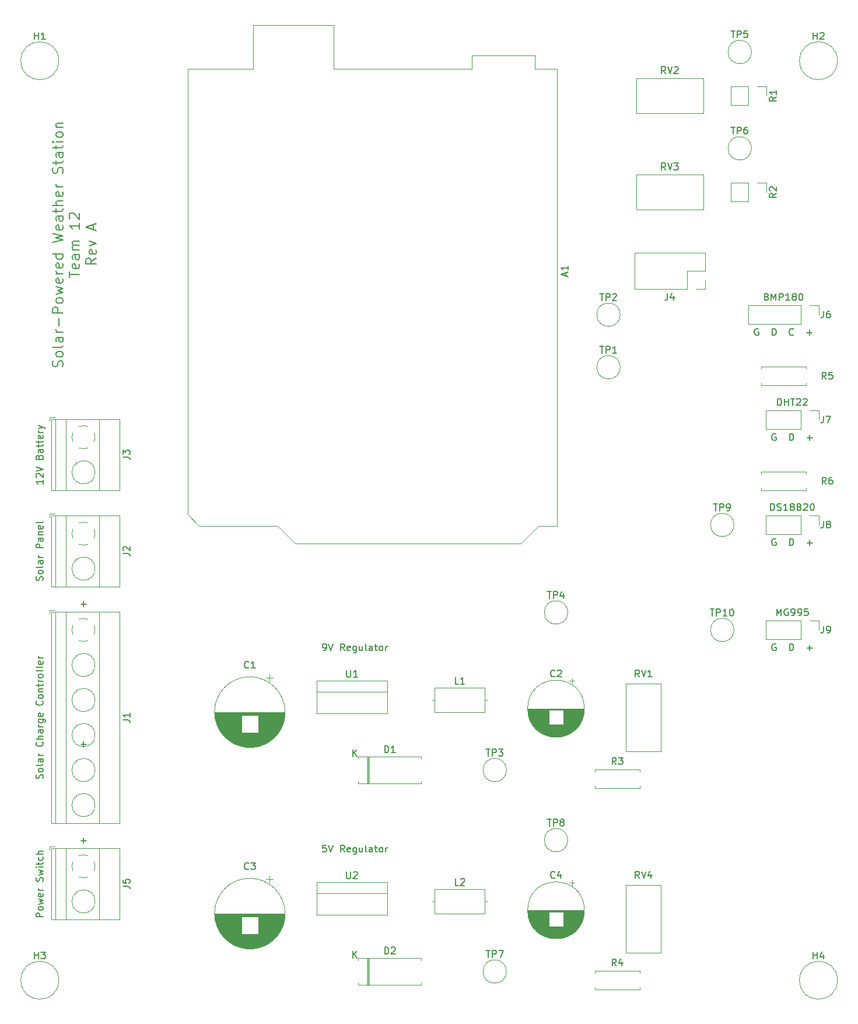
<source format=gbr>
%TF.GenerationSoftware,KiCad,Pcbnew,(5.1.9)-1*%
%TF.CreationDate,2021-10-02T13:05:51-07:00*%
%TF.ProjectId,Solar Powered Weather Station,536f6c61-7220-4506-9f77-657265642057,rev?*%
%TF.SameCoordinates,Original*%
%TF.FileFunction,Legend,Top*%
%TF.FilePolarity,Positive*%
%FSLAX46Y46*%
G04 Gerber Fmt 4.6, Leading zero omitted, Abs format (unit mm)*
G04 Created by KiCad (PCBNEW (5.1.9)-1) date 2021-10-02 13:05:51*
%MOMM*%
%LPD*%
G01*
G04 APERTURE LIST*
%ADD10C,0.150000*%
%ADD11C,0.120000*%
G04 APERTURE END LIST*
D10*
X28687142Y-68514285D02*
X28758571Y-68300000D01*
X28758571Y-67942857D01*
X28687142Y-67800000D01*
X28615714Y-67728571D01*
X28472857Y-67657142D01*
X28330000Y-67657142D01*
X28187142Y-67728571D01*
X28115714Y-67800000D01*
X28044285Y-67942857D01*
X27972857Y-68228571D01*
X27901428Y-68371428D01*
X27830000Y-68442857D01*
X27687142Y-68514285D01*
X27544285Y-68514285D01*
X27401428Y-68442857D01*
X27330000Y-68371428D01*
X27258571Y-68228571D01*
X27258571Y-67871428D01*
X27330000Y-67657142D01*
X28758571Y-66800000D02*
X28687142Y-66942857D01*
X28615714Y-67014285D01*
X28472857Y-67085714D01*
X28044285Y-67085714D01*
X27901428Y-67014285D01*
X27830000Y-66942857D01*
X27758571Y-66800000D01*
X27758571Y-66585714D01*
X27830000Y-66442857D01*
X27901428Y-66371428D01*
X28044285Y-66300000D01*
X28472857Y-66300000D01*
X28615714Y-66371428D01*
X28687142Y-66442857D01*
X28758571Y-66585714D01*
X28758571Y-66800000D01*
X28758571Y-65442857D02*
X28687142Y-65585714D01*
X28544285Y-65657142D01*
X27258571Y-65657142D01*
X28758571Y-64228571D02*
X27972857Y-64228571D01*
X27830000Y-64300000D01*
X27758571Y-64442857D01*
X27758571Y-64728571D01*
X27830000Y-64871428D01*
X28687142Y-64228571D02*
X28758571Y-64371428D01*
X28758571Y-64728571D01*
X28687142Y-64871428D01*
X28544285Y-64942857D01*
X28401428Y-64942857D01*
X28258571Y-64871428D01*
X28187142Y-64728571D01*
X28187142Y-64371428D01*
X28115714Y-64228571D01*
X28758571Y-63514285D02*
X27758571Y-63514285D01*
X28044285Y-63514285D02*
X27901428Y-63442857D01*
X27830000Y-63371428D01*
X27758571Y-63228571D01*
X27758571Y-63085714D01*
X28187142Y-62585714D02*
X28187142Y-61442857D01*
X28758571Y-60728571D02*
X27258571Y-60728571D01*
X27258571Y-60157142D01*
X27330000Y-60014285D01*
X27401428Y-59942857D01*
X27544285Y-59871428D01*
X27758571Y-59871428D01*
X27901428Y-59942857D01*
X27972857Y-60014285D01*
X28044285Y-60157142D01*
X28044285Y-60728571D01*
X28758571Y-59014285D02*
X28687142Y-59157142D01*
X28615714Y-59228571D01*
X28472857Y-59300000D01*
X28044285Y-59300000D01*
X27901428Y-59228571D01*
X27830000Y-59157142D01*
X27758571Y-59014285D01*
X27758571Y-58800000D01*
X27830000Y-58657142D01*
X27901428Y-58585714D01*
X28044285Y-58514285D01*
X28472857Y-58514285D01*
X28615714Y-58585714D01*
X28687142Y-58657142D01*
X28758571Y-58800000D01*
X28758571Y-59014285D01*
X27758571Y-58014285D02*
X28758571Y-57728571D01*
X28044285Y-57442857D01*
X28758571Y-57157142D01*
X27758571Y-56871428D01*
X28687142Y-55728571D02*
X28758571Y-55871428D01*
X28758571Y-56157142D01*
X28687142Y-56300000D01*
X28544285Y-56371428D01*
X27972857Y-56371428D01*
X27830000Y-56300000D01*
X27758571Y-56157142D01*
X27758571Y-55871428D01*
X27830000Y-55728571D01*
X27972857Y-55657142D01*
X28115714Y-55657142D01*
X28258571Y-56371428D01*
X28758571Y-55014285D02*
X27758571Y-55014285D01*
X28044285Y-55014285D02*
X27901428Y-54942857D01*
X27830000Y-54871428D01*
X27758571Y-54728571D01*
X27758571Y-54585714D01*
X28687142Y-53514285D02*
X28758571Y-53657142D01*
X28758571Y-53942857D01*
X28687142Y-54085714D01*
X28544285Y-54157142D01*
X27972857Y-54157142D01*
X27830000Y-54085714D01*
X27758571Y-53942857D01*
X27758571Y-53657142D01*
X27830000Y-53514285D01*
X27972857Y-53442857D01*
X28115714Y-53442857D01*
X28258571Y-54157142D01*
X28758571Y-52157142D02*
X27258571Y-52157142D01*
X28687142Y-52157142D02*
X28758571Y-52300000D01*
X28758571Y-52585714D01*
X28687142Y-52728571D01*
X28615714Y-52800000D01*
X28472857Y-52871428D01*
X28044285Y-52871428D01*
X27901428Y-52800000D01*
X27830000Y-52728571D01*
X27758571Y-52585714D01*
X27758571Y-52300000D01*
X27830000Y-52157142D01*
X27258571Y-50442857D02*
X28758571Y-50085714D01*
X27687142Y-49800000D01*
X28758571Y-49514285D01*
X27258571Y-49157142D01*
X28687142Y-48014285D02*
X28758571Y-48157142D01*
X28758571Y-48442857D01*
X28687142Y-48585714D01*
X28544285Y-48657142D01*
X27972857Y-48657142D01*
X27830000Y-48585714D01*
X27758571Y-48442857D01*
X27758571Y-48157142D01*
X27830000Y-48014285D01*
X27972857Y-47942857D01*
X28115714Y-47942857D01*
X28258571Y-48657142D01*
X28758571Y-46657142D02*
X27972857Y-46657142D01*
X27830000Y-46728571D01*
X27758571Y-46871428D01*
X27758571Y-47157142D01*
X27830000Y-47300000D01*
X28687142Y-46657142D02*
X28758571Y-46800000D01*
X28758571Y-47157142D01*
X28687142Y-47300000D01*
X28544285Y-47371428D01*
X28401428Y-47371428D01*
X28258571Y-47300000D01*
X28187142Y-47157142D01*
X28187142Y-46800000D01*
X28115714Y-46657142D01*
X27758571Y-46157142D02*
X27758571Y-45585714D01*
X27258571Y-45942857D02*
X28544285Y-45942857D01*
X28687142Y-45871428D01*
X28758571Y-45728571D01*
X28758571Y-45585714D01*
X28758571Y-45085714D02*
X27258571Y-45085714D01*
X28758571Y-44442857D02*
X27972857Y-44442857D01*
X27830000Y-44514285D01*
X27758571Y-44657142D01*
X27758571Y-44871428D01*
X27830000Y-45014285D01*
X27901428Y-45085714D01*
X28687142Y-43157142D02*
X28758571Y-43300000D01*
X28758571Y-43585714D01*
X28687142Y-43728571D01*
X28544285Y-43800000D01*
X27972857Y-43800000D01*
X27830000Y-43728571D01*
X27758571Y-43585714D01*
X27758571Y-43300000D01*
X27830000Y-43157142D01*
X27972857Y-43085714D01*
X28115714Y-43085714D01*
X28258571Y-43800000D01*
X28758571Y-42442857D02*
X27758571Y-42442857D01*
X28044285Y-42442857D02*
X27901428Y-42371428D01*
X27830000Y-42300000D01*
X27758571Y-42157142D01*
X27758571Y-42014285D01*
X28687142Y-40442857D02*
X28758571Y-40228571D01*
X28758571Y-39871428D01*
X28687142Y-39728571D01*
X28615714Y-39657142D01*
X28472857Y-39585714D01*
X28330000Y-39585714D01*
X28187142Y-39657142D01*
X28115714Y-39728571D01*
X28044285Y-39871428D01*
X27972857Y-40157142D01*
X27901428Y-40300000D01*
X27830000Y-40371428D01*
X27687142Y-40442857D01*
X27544285Y-40442857D01*
X27401428Y-40371428D01*
X27330000Y-40300000D01*
X27258571Y-40157142D01*
X27258571Y-39800000D01*
X27330000Y-39585714D01*
X27758571Y-39157142D02*
X27758571Y-38585714D01*
X27258571Y-38942857D02*
X28544285Y-38942857D01*
X28687142Y-38871428D01*
X28758571Y-38728571D01*
X28758571Y-38585714D01*
X28758571Y-37442857D02*
X27972857Y-37442857D01*
X27830000Y-37514285D01*
X27758571Y-37657142D01*
X27758571Y-37942857D01*
X27830000Y-38085714D01*
X28687142Y-37442857D02*
X28758571Y-37585714D01*
X28758571Y-37942857D01*
X28687142Y-38085714D01*
X28544285Y-38157142D01*
X28401428Y-38157142D01*
X28258571Y-38085714D01*
X28187142Y-37942857D01*
X28187142Y-37585714D01*
X28115714Y-37442857D01*
X27758571Y-36942857D02*
X27758571Y-36371428D01*
X27258571Y-36728571D02*
X28544285Y-36728571D01*
X28687142Y-36657142D01*
X28758571Y-36514285D01*
X28758571Y-36371428D01*
X28758571Y-35871428D02*
X27758571Y-35871428D01*
X27258571Y-35871428D02*
X27330000Y-35942857D01*
X27401428Y-35871428D01*
X27330000Y-35800000D01*
X27258571Y-35871428D01*
X27401428Y-35871428D01*
X28758571Y-34942857D02*
X28687142Y-35085714D01*
X28615714Y-35157142D01*
X28472857Y-35228571D01*
X28044285Y-35228571D01*
X27901428Y-35157142D01*
X27830000Y-35085714D01*
X27758571Y-34942857D01*
X27758571Y-34728571D01*
X27830000Y-34585714D01*
X27901428Y-34514285D01*
X28044285Y-34442857D01*
X28472857Y-34442857D01*
X28615714Y-34514285D01*
X28687142Y-34585714D01*
X28758571Y-34728571D01*
X28758571Y-34942857D01*
X27758571Y-33800000D02*
X28758571Y-33800000D01*
X27901428Y-33800000D02*
X27830000Y-33728571D01*
X27758571Y-33585714D01*
X27758571Y-33371428D01*
X27830000Y-33228571D01*
X27972857Y-33157142D01*
X28758571Y-33157142D01*
X29658571Y-55550000D02*
X29658571Y-54692857D01*
X31158571Y-55121428D02*
X29658571Y-55121428D01*
X31087142Y-53621428D02*
X31158571Y-53764285D01*
X31158571Y-54050000D01*
X31087142Y-54192857D01*
X30944285Y-54264285D01*
X30372857Y-54264285D01*
X30230000Y-54192857D01*
X30158571Y-54050000D01*
X30158571Y-53764285D01*
X30230000Y-53621428D01*
X30372857Y-53550000D01*
X30515714Y-53550000D01*
X30658571Y-54264285D01*
X31158571Y-52264285D02*
X30372857Y-52264285D01*
X30230000Y-52335714D01*
X30158571Y-52478571D01*
X30158571Y-52764285D01*
X30230000Y-52907142D01*
X31087142Y-52264285D02*
X31158571Y-52407142D01*
X31158571Y-52764285D01*
X31087142Y-52907142D01*
X30944285Y-52978571D01*
X30801428Y-52978571D01*
X30658571Y-52907142D01*
X30587142Y-52764285D01*
X30587142Y-52407142D01*
X30515714Y-52264285D01*
X31158571Y-51550000D02*
X30158571Y-51550000D01*
X30301428Y-51550000D02*
X30230000Y-51478571D01*
X30158571Y-51335714D01*
X30158571Y-51121428D01*
X30230000Y-50978571D01*
X30372857Y-50907142D01*
X31158571Y-50907142D01*
X30372857Y-50907142D02*
X30230000Y-50835714D01*
X30158571Y-50692857D01*
X30158571Y-50478571D01*
X30230000Y-50335714D01*
X30372857Y-50264285D01*
X31158571Y-50264285D01*
X31158571Y-47621428D02*
X31158571Y-48478571D01*
X31158571Y-48050000D02*
X29658571Y-48050000D01*
X29872857Y-48192857D01*
X30015714Y-48335714D01*
X30087142Y-48478571D01*
X29801428Y-47050000D02*
X29730000Y-46978571D01*
X29658571Y-46835714D01*
X29658571Y-46478571D01*
X29730000Y-46335714D01*
X29801428Y-46264285D01*
X29944285Y-46192857D01*
X30087142Y-46192857D01*
X30301428Y-46264285D01*
X31158571Y-47121428D01*
X31158571Y-46192857D01*
X33558571Y-52764285D02*
X32844285Y-53264285D01*
X33558571Y-53621428D02*
X32058571Y-53621428D01*
X32058571Y-53050000D01*
X32130000Y-52907142D01*
X32201428Y-52835714D01*
X32344285Y-52764285D01*
X32558571Y-52764285D01*
X32701428Y-52835714D01*
X32772857Y-52907142D01*
X32844285Y-53050000D01*
X32844285Y-53621428D01*
X33487142Y-51550000D02*
X33558571Y-51692857D01*
X33558571Y-51978571D01*
X33487142Y-52121428D01*
X33344285Y-52192857D01*
X32772857Y-52192857D01*
X32630000Y-52121428D01*
X32558571Y-51978571D01*
X32558571Y-51692857D01*
X32630000Y-51550000D01*
X32772857Y-51478571D01*
X32915714Y-51478571D01*
X33058571Y-52192857D01*
X32558571Y-50978571D02*
X33558571Y-50621428D01*
X32558571Y-50264285D01*
X33130000Y-48621428D02*
X33130000Y-47907142D01*
X33558571Y-48764285D02*
X32058571Y-48264285D01*
X33558571Y-47764285D01*
X132239047Y-108720000D02*
X132143809Y-108672380D01*
X132000952Y-108672380D01*
X131858095Y-108720000D01*
X131762857Y-108815238D01*
X131715238Y-108910476D01*
X131667619Y-109100952D01*
X131667619Y-109243809D01*
X131715238Y-109434285D01*
X131762857Y-109529523D01*
X131858095Y-109624761D01*
X132000952Y-109672380D01*
X132096190Y-109672380D01*
X132239047Y-109624761D01*
X132286666Y-109577142D01*
X132286666Y-109243809D01*
X132096190Y-109243809D01*
X134239047Y-109672380D02*
X134239047Y-108672380D01*
X134477142Y-108672380D01*
X134620000Y-108720000D01*
X134715238Y-108815238D01*
X134762857Y-108910476D01*
X134810476Y-109100952D01*
X134810476Y-109243809D01*
X134762857Y-109434285D01*
X134715238Y-109529523D01*
X134620000Y-109624761D01*
X134477142Y-109672380D01*
X134239047Y-109672380D01*
X136762857Y-109291428D02*
X137524761Y-109291428D01*
X137143809Y-109672380D02*
X137143809Y-108910476D01*
X132358095Y-104592380D02*
X132358095Y-103592380D01*
X132691428Y-104306666D01*
X133024761Y-103592380D01*
X133024761Y-104592380D01*
X134024761Y-103640000D02*
X133929523Y-103592380D01*
X133786666Y-103592380D01*
X133643809Y-103640000D01*
X133548571Y-103735238D01*
X133500952Y-103830476D01*
X133453333Y-104020952D01*
X133453333Y-104163809D01*
X133500952Y-104354285D01*
X133548571Y-104449523D01*
X133643809Y-104544761D01*
X133786666Y-104592380D01*
X133881904Y-104592380D01*
X134024761Y-104544761D01*
X134072380Y-104497142D01*
X134072380Y-104163809D01*
X133881904Y-104163809D01*
X134548571Y-104592380D02*
X134739047Y-104592380D01*
X134834285Y-104544761D01*
X134881904Y-104497142D01*
X134977142Y-104354285D01*
X135024761Y-104163809D01*
X135024761Y-103782857D01*
X134977142Y-103687619D01*
X134929523Y-103640000D01*
X134834285Y-103592380D01*
X134643809Y-103592380D01*
X134548571Y-103640000D01*
X134500952Y-103687619D01*
X134453333Y-103782857D01*
X134453333Y-104020952D01*
X134500952Y-104116190D01*
X134548571Y-104163809D01*
X134643809Y-104211428D01*
X134834285Y-104211428D01*
X134929523Y-104163809D01*
X134977142Y-104116190D01*
X135024761Y-104020952D01*
X135500952Y-104592380D02*
X135691428Y-104592380D01*
X135786666Y-104544761D01*
X135834285Y-104497142D01*
X135929523Y-104354285D01*
X135977142Y-104163809D01*
X135977142Y-103782857D01*
X135929523Y-103687619D01*
X135881904Y-103640000D01*
X135786666Y-103592380D01*
X135596190Y-103592380D01*
X135500952Y-103640000D01*
X135453333Y-103687619D01*
X135405714Y-103782857D01*
X135405714Y-104020952D01*
X135453333Y-104116190D01*
X135500952Y-104163809D01*
X135596190Y-104211428D01*
X135786666Y-104211428D01*
X135881904Y-104163809D01*
X135929523Y-104116190D01*
X135977142Y-104020952D01*
X136881904Y-103592380D02*
X136405714Y-103592380D01*
X136358095Y-104068571D01*
X136405714Y-104020952D01*
X136500952Y-103973333D01*
X136739047Y-103973333D01*
X136834285Y-104020952D01*
X136881904Y-104068571D01*
X136929523Y-104163809D01*
X136929523Y-104401904D01*
X136881904Y-104497142D01*
X136834285Y-104544761D01*
X136739047Y-104592380D01*
X136500952Y-104592380D01*
X136405714Y-104544761D01*
X136358095Y-104497142D01*
X132239047Y-93480000D02*
X132143809Y-93432380D01*
X132000952Y-93432380D01*
X131858095Y-93480000D01*
X131762857Y-93575238D01*
X131715238Y-93670476D01*
X131667619Y-93860952D01*
X131667619Y-94003809D01*
X131715238Y-94194285D01*
X131762857Y-94289523D01*
X131858095Y-94384761D01*
X132000952Y-94432380D01*
X132096190Y-94432380D01*
X132239047Y-94384761D01*
X132286666Y-94337142D01*
X132286666Y-94003809D01*
X132096190Y-94003809D01*
X134239047Y-94432380D02*
X134239047Y-93432380D01*
X134477142Y-93432380D01*
X134620000Y-93480000D01*
X134715238Y-93575238D01*
X134762857Y-93670476D01*
X134810476Y-93860952D01*
X134810476Y-94003809D01*
X134762857Y-94194285D01*
X134715238Y-94289523D01*
X134620000Y-94384761D01*
X134477142Y-94432380D01*
X134239047Y-94432380D01*
X136762857Y-94051428D02*
X137524761Y-94051428D01*
X137143809Y-94432380D02*
X137143809Y-93670476D01*
X131477142Y-89352380D02*
X131477142Y-88352380D01*
X131715238Y-88352380D01*
X131858095Y-88400000D01*
X131953333Y-88495238D01*
X132000952Y-88590476D01*
X132048571Y-88780952D01*
X132048571Y-88923809D01*
X132000952Y-89114285D01*
X131953333Y-89209523D01*
X131858095Y-89304761D01*
X131715238Y-89352380D01*
X131477142Y-89352380D01*
X132429523Y-89304761D02*
X132572380Y-89352380D01*
X132810476Y-89352380D01*
X132905714Y-89304761D01*
X132953333Y-89257142D01*
X133000952Y-89161904D01*
X133000952Y-89066666D01*
X132953333Y-88971428D01*
X132905714Y-88923809D01*
X132810476Y-88876190D01*
X132620000Y-88828571D01*
X132524761Y-88780952D01*
X132477142Y-88733333D01*
X132429523Y-88638095D01*
X132429523Y-88542857D01*
X132477142Y-88447619D01*
X132524761Y-88400000D01*
X132620000Y-88352380D01*
X132858095Y-88352380D01*
X133000952Y-88400000D01*
X133953333Y-89352380D02*
X133381904Y-89352380D01*
X133667619Y-89352380D02*
X133667619Y-88352380D01*
X133572380Y-88495238D01*
X133477142Y-88590476D01*
X133381904Y-88638095D01*
X134524761Y-88780952D02*
X134429523Y-88733333D01*
X134381904Y-88685714D01*
X134334285Y-88590476D01*
X134334285Y-88542857D01*
X134381904Y-88447619D01*
X134429523Y-88400000D01*
X134524761Y-88352380D01*
X134715238Y-88352380D01*
X134810476Y-88400000D01*
X134858095Y-88447619D01*
X134905714Y-88542857D01*
X134905714Y-88590476D01*
X134858095Y-88685714D01*
X134810476Y-88733333D01*
X134715238Y-88780952D01*
X134524761Y-88780952D01*
X134429523Y-88828571D01*
X134381904Y-88876190D01*
X134334285Y-88971428D01*
X134334285Y-89161904D01*
X134381904Y-89257142D01*
X134429523Y-89304761D01*
X134524761Y-89352380D01*
X134715238Y-89352380D01*
X134810476Y-89304761D01*
X134858095Y-89257142D01*
X134905714Y-89161904D01*
X134905714Y-88971428D01*
X134858095Y-88876190D01*
X134810476Y-88828571D01*
X134715238Y-88780952D01*
X135667619Y-88828571D02*
X135810476Y-88876190D01*
X135858095Y-88923809D01*
X135905714Y-89019047D01*
X135905714Y-89161904D01*
X135858095Y-89257142D01*
X135810476Y-89304761D01*
X135715238Y-89352380D01*
X135334285Y-89352380D01*
X135334285Y-88352380D01*
X135667619Y-88352380D01*
X135762857Y-88400000D01*
X135810476Y-88447619D01*
X135858095Y-88542857D01*
X135858095Y-88638095D01*
X135810476Y-88733333D01*
X135762857Y-88780952D01*
X135667619Y-88828571D01*
X135334285Y-88828571D01*
X136286666Y-88447619D02*
X136334285Y-88400000D01*
X136429523Y-88352380D01*
X136667619Y-88352380D01*
X136762857Y-88400000D01*
X136810476Y-88447619D01*
X136858095Y-88542857D01*
X136858095Y-88638095D01*
X136810476Y-88780952D01*
X136239047Y-89352380D01*
X136858095Y-89352380D01*
X137477142Y-88352380D02*
X137572380Y-88352380D01*
X137667619Y-88400000D01*
X137715238Y-88447619D01*
X137762857Y-88542857D01*
X137810476Y-88733333D01*
X137810476Y-88971428D01*
X137762857Y-89161904D01*
X137715238Y-89257142D01*
X137667619Y-89304761D01*
X137572380Y-89352380D01*
X137477142Y-89352380D01*
X137381904Y-89304761D01*
X137334285Y-89257142D01*
X137286666Y-89161904D01*
X137239047Y-88971428D01*
X137239047Y-88733333D01*
X137286666Y-88542857D01*
X137334285Y-88447619D01*
X137381904Y-88400000D01*
X137477142Y-88352380D01*
X132239047Y-78240000D02*
X132143809Y-78192380D01*
X132000952Y-78192380D01*
X131858095Y-78240000D01*
X131762857Y-78335238D01*
X131715238Y-78430476D01*
X131667619Y-78620952D01*
X131667619Y-78763809D01*
X131715238Y-78954285D01*
X131762857Y-79049523D01*
X131858095Y-79144761D01*
X132000952Y-79192380D01*
X132096190Y-79192380D01*
X132239047Y-79144761D01*
X132286666Y-79097142D01*
X132286666Y-78763809D01*
X132096190Y-78763809D01*
X134239047Y-79192380D02*
X134239047Y-78192380D01*
X134477142Y-78192380D01*
X134620000Y-78240000D01*
X134715238Y-78335238D01*
X134762857Y-78430476D01*
X134810476Y-78620952D01*
X134810476Y-78763809D01*
X134762857Y-78954285D01*
X134715238Y-79049523D01*
X134620000Y-79144761D01*
X134477142Y-79192380D01*
X134239047Y-79192380D01*
X136762857Y-78811428D02*
X137524761Y-78811428D01*
X137143809Y-79192380D02*
X137143809Y-78430476D01*
X132500952Y-74112380D02*
X132500952Y-73112380D01*
X132739047Y-73112380D01*
X132881904Y-73160000D01*
X132977142Y-73255238D01*
X133024761Y-73350476D01*
X133072380Y-73540952D01*
X133072380Y-73683809D01*
X133024761Y-73874285D01*
X132977142Y-73969523D01*
X132881904Y-74064761D01*
X132739047Y-74112380D01*
X132500952Y-74112380D01*
X133500952Y-74112380D02*
X133500952Y-73112380D01*
X133500952Y-73588571D02*
X134072380Y-73588571D01*
X134072380Y-74112380D02*
X134072380Y-73112380D01*
X134405714Y-73112380D02*
X134977142Y-73112380D01*
X134691428Y-74112380D02*
X134691428Y-73112380D01*
X135262857Y-73207619D02*
X135310476Y-73160000D01*
X135405714Y-73112380D01*
X135643809Y-73112380D01*
X135739047Y-73160000D01*
X135786666Y-73207619D01*
X135834285Y-73302857D01*
X135834285Y-73398095D01*
X135786666Y-73540952D01*
X135215238Y-74112380D01*
X135834285Y-74112380D01*
X136215238Y-73207619D02*
X136262857Y-73160000D01*
X136358095Y-73112380D01*
X136596190Y-73112380D01*
X136691428Y-73160000D01*
X136739047Y-73207619D01*
X136786666Y-73302857D01*
X136786666Y-73398095D01*
X136739047Y-73540952D01*
X136167619Y-74112380D01*
X136786666Y-74112380D01*
X129707142Y-63000000D02*
X129611904Y-62952380D01*
X129469047Y-62952380D01*
X129326190Y-63000000D01*
X129230952Y-63095238D01*
X129183333Y-63190476D01*
X129135714Y-63380952D01*
X129135714Y-63523809D01*
X129183333Y-63714285D01*
X129230952Y-63809523D01*
X129326190Y-63904761D01*
X129469047Y-63952380D01*
X129564285Y-63952380D01*
X129707142Y-63904761D01*
X129754761Y-63857142D01*
X129754761Y-63523809D01*
X129564285Y-63523809D01*
X131707142Y-63952380D02*
X131707142Y-62952380D01*
X131945238Y-62952380D01*
X132088095Y-63000000D01*
X132183333Y-63095238D01*
X132230952Y-63190476D01*
X132278571Y-63380952D01*
X132278571Y-63523809D01*
X132230952Y-63714285D01*
X132183333Y-63809523D01*
X132088095Y-63904761D01*
X131945238Y-63952380D01*
X131707142Y-63952380D01*
X134802380Y-63857142D02*
X134754761Y-63904761D01*
X134611904Y-63952380D01*
X134516666Y-63952380D01*
X134373809Y-63904761D01*
X134278571Y-63809523D01*
X134230952Y-63714285D01*
X134183333Y-63523809D01*
X134183333Y-63380952D01*
X134230952Y-63190476D01*
X134278571Y-63095238D01*
X134373809Y-63000000D01*
X134516666Y-62952380D01*
X134611904Y-62952380D01*
X134754761Y-63000000D01*
X134802380Y-63047619D01*
X136754761Y-63571428D02*
X137516666Y-63571428D01*
X137135714Y-63952380D02*
X137135714Y-63190476D01*
X130921428Y-58348571D02*
X131064285Y-58396190D01*
X131111904Y-58443809D01*
X131159523Y-58539047D01*
X131159523Y-58681904D01*
X131111904Y-58777142D01*
X131064285Y-58824761D01*
X130969047Y-58872380D01*
X130588095Y-58872380D01*
X130588095Y-57872380D01*
X130921428Y-57872380D01*
X131016666Y-57920000D01*
X131064285Y-57967619D01*
X131111904Y-58062857D01*
X131111904Y-58158095D01*
X131064285Y-58253333D01*
X131016666Y-58300952D01*
X130921428Y-58348571D01*
X130588095Y-58348571D01*
X131588095Y-58872380D02*
X131588095Y-57872380D01*
X131921428Y-58586666D01*
X132254761Y-57872380D01*
X132254761Y-58872380D01*
X132730952Y-58872380D02*
X132730952Y-57872380D01*
X133111904Y-57872380D01*
X133207142Y-57920000D01*
X133254761Y-57967619D01*
X133302380Y-58062857D01*
X133302380Y-58205714D01*
X133254761Y-58300952D01*
X133207142Y-58348571D01*
X133111904Y-58396190D01*
X132730952Y-58396190D01*
X134254761Y-58872380D02*
X133683333Y-58872380D01*
X133969047Y-58872380D02*
X133969047Y-57872380D01*
X133873809Y-58015238D01*
X133778571Y-58110476D01*
X133683333Y-58158095D01*
X134826190Y-58300952D02*
X134730952Y-58253333D01*
X134683333Y-58205714D01*
X134635714Y-58110476D01*
X134635714Y-58062857D01*
X134683333Y-57967619D01*
X134730952Y-57920000D01*
X134826190Y-57872380D01*
X135016666Y-57872380D01*
X135111904Y-57920000D01*
X135159523Y-57967619D01*
X135207142Y-58062857D01*
X135207142Y-58110476D01*
X135159523Y-58205714D01*
X135111904Y-58253333D01*
X135016666Y-58300952D01*
X134826190Y-58300952D01*
X134730952Y-58348571D01*
X134683333Y-58396190D01*
X134635714Y-58491428D01*
X134635714Y-58681904D01*
X134683333Y-58777142D01*
X134730952Y-58824761D01*
X134826190Y-58872380D01*
X135016666Y-58872380D01*
X135111904Y-58824761D01*
X135159523Y-58777142D01*
X135207142Y-58681904D01*
X135207142Y-58491428D01*
X135159523Y-58396190D01*
X135111904Y-58348571D01*
X135016666Y-58300952D01*
X135826190Y-57872380D02*
X135921428Y-57872380D01*
X136016666Y-57920000D01*
X136064285Y-57967619D01*
X136111904Y-58062857D01*
X136159523Y-58253333D01*
X136159523Y-58491428D01*
X136111904Y-58681904D01*
X136064285Y-58777142D01*
X136016666Y-58824761D01*
X135921428Y-58872380D01*
X135826190Y-58872380D01*
X135730952Y-58824761D01*
X135683333Y-58777142D01*
X135635714Y-58681904D01*
X135588095Y-58491428D01*
X135588095Y-58253333D01*
X135635714Y-58062857D01*
X135683333Y-57967619D01*
X135730952Y-57920000D01*
X135826190Y-57872380D01*
X31369047Y-137231428D02*
X32130952Y-137231428D01*
X31750000Y-137612380D02*
X31750000Y-136850476D01*
X31369047Y-123261428D02*
X32130952Y-123261428D01*
X31750000Y-123642380D02*
X31750000Y-122880476D01*
X31369047Y-137231428D02*
X32130952Y-137231428D01*
X31750000Y-137612380D02*
X31750000Y-136850476D01*
X31369047Y-102941428D02*
X32130952Y-102941428D01*
X31750000Y-103322380D02*
X31750000Y-102560476D01*
X25852380Y-148271904D02*
X24852380Y-148271904D01*
X24852380Y-147890952D01*
X24900000Y-147795714D01*
X24947619Y-147748095D01*
X25042857Y-147700476D01*
X25185714Y-147700476D01*
X25280952Y-147748095D01*
X25328571Y-147795714D01*
X25376190Y-147890952D01*
X25376190Y-148271904D01*
X25852380Y-147129047D02*
X25804761Y-147224285D01*
X25757142Y-147271904D01*
X25661904Y-147319523D01*
X25376190Y-147319523D01*
X25280952Y-147271904D01*
X25233333Y-147224285D01*
X25185714Y-147129047D01*
X25185714Y-146986190D01*
X25233333Y-146890952D01*
X25280952Y-146843333D01*
X25376190Y-146795714D01*
X25661904Y-146795714D01*
X25757142Y-146843333D01*
X25804761Y-146890952D01*
X25852380Y-146986190D01*
X25852380Y-147129047D01*
X25185714Y-146462380D02*
X25852380Y-146271904D01*
X25376190Y-146081428D01*
X25852380Y-145890952D01*
X25185714Y-145700476D01*
X25804761Y-144938571D02*
X25852380Y-145033809D01*
X25852380Y-145224285D01*
X25804761Y-145319523D01*
X25709523Y-145367142D01*
X25328571Y-145367142D01*
X25233333Y-145319523D01*
X25185714Y-145224285D01*
X25185714Y-145033809D01*
X25233333Y-144938571D01*
X25328571Y-144890952D01*
X25423809Y-144890952D01*
X25519047Y-145367142D01*
X25852380Y-144462380D02*
X25185714Y-144462380D01*
X25376190Y-144462380D02*
X25280952Y-144414761D01*
X25233333Y-144367142D01*
X25185714Y-144271904D01*
X25185714Y-144176666D01*
X25804761Y-143129047D02*
X25852380Y-142986190D01*
X25852380Y-142748095D01*
X25804761Y-142652857D01*
X25757142Y-142605238D01*
X25661904Y-142557619D01*
X25566666Y-142557619D01*
X25471428Y-142605238D01*
X25423809Y-142652857D01*
X25376190Y-142748095D01*
X25328571Y-142938571D01*
X25280952Y-143033809D01*
X25233333Y-143081428D01*
X25138095Y-143129047D01*
X25042857Y-143129047D01*
X24947619Y-143081428D01*
X24900000Y-143033809D01*
X24852380Y-142938571D01*
X24852380Y-142700476D01*
X24900000Y-142557619D01*
X25185714Y-142224285D02*
X25852380Y-142033809D01*
X25376190Y-141843333D01*
X25852380Y-141652857D01*
X25185714Y-141462380D01*
X25852380Y-141081428D02*
X25185714Y-141081428D01*
X24852380Y-141081428D02*
X24900000Y-141129047D01*
X24947619Y-141081428D01*
X24900000Y-141033809D01*
X24852380Y-141081428D01*
X24947619Y-141081428D01*
X25185714Y-140748095D02*
X25185714Y-140367142D01*
X24852380Y-140605238D02*
X25709523Y-140605238D01*
X25804761Y-140557619D01*
X25852380Y-140462380D01*
X25852380Y-140367142D01*
X25804761Y-139605238D02*
X25852380Y-139700476D01*
X25852380Y-139890952D01*
X25804761Y-139986190D01*
X25757142Y-140033809D01*
X25661904Y-140081428D01*
X25376190Y-140081428D01*
X25280952Y-140033809D01*
X25233333Y-139986190D01*
X25185714Y-139890952D01*
X25185714Y-139700476D01*
X25233333Y-139605238D01*
X25852380Y-139176666D02*
X24852380Y-139176666D01*
X25852380Y-138748095D02*
X25328571Y-138748095D01*
X25233333Y-138795714D01*
X25185714Y-138890952D01*
X25185714Y-139033809D01*
X25233333Y-139129047D01*
X25280952Y-139176666D01*
X25852380Y-84922857D02*
X25852380Y-85494285D01*
X25852380Y-85208571D02*
X24852380Y-85208571D01*
X24995238Y-85303809D01*
X25090476Y-85399047D01*
X25138095Y-85494285D01*
X24947619Y-84541904D02*
X24900000Y-84494285D01*
X24852380Y-84399047D01*
X24852380Y-84160952D01*
X24900000Y-84065714D01*
X24947619Y-84018095D01*
X25042857Y-83970476D01*
X25138095Y-83970476D01*
X25280952Y-84018095D01*
X25852380Y-84589523D01*
X25852380Y-83970476D01*
X24852380Y-83684761D02*
X25852380Y-83351428D01*
X24852380Y-83018095D01*
X25328571Y-81589523D02*
X25376190Y-81446666D01*
X25423809Y-81399047D01*
X25519047Y-81351428D01*
X25661904Y-81351428D01*
X25757142Y-81399047D01*
X25804761Y-81446666D01*
X25852380Y-81541904D01*
X25852380Y-81922857D01*
X24852380Y-81922857D01*
X24852380Y-81589523D01*
X24900000Y-81494285D01*
X24947619Y-81446666D01*
X25042857Y-81399047D01*
X25138095Y-81399047D01*
X25233333Y-81446666D01*
X25280952Y-81494285D01*
X25328571Y-81589523D01*
X25328571Y-81922857D01*
X25852380Y-80494285D02*
X25328571Y-80494285D01*
X25233333Y-80541904D01*
X25185714Y-80637142D01*
X25185714Y-80827619D01*
X25233333Y-80922857D01*
X25804761Y-80494285D02*
X25852380Y-80589523D01*
X25852380Y-80827619D01*
X25804761Y-80922857D01*
X25709523Y-80970476D01*
X25614285Y-80970476D01*
X25519047Y-80922857D01*
X25471428Y-80827619D01*
X25471428Y-80589523D01*
X25423809Y-80494285D01*
X25185714Y-80160952D02*
X25185714Y-79780000D01*
X24852380Y-80018095D02*
X25709523Y-80018095D01*
X25804761Y-79970476D01*
X25852380Y-79875238D01*
X25852380Y-79780000D01*
X25185714Y-79589523D02*
X25185714Y-79208571D01*
X24852380Y-79446666D02*
X25709523Y-79446666D01*
X25804761Y-79399047D01*
X25852380Y-79303809D01*
X25852380Y-79208571D01*
X25804761Y-78494285D02*
X25852380Y-78589523D01*
X25852380Y-78780000D01*
X25804761Y-78875238D01*
X25709523Y-78922857D01*
X25328571Y-78922857D01*
X25233333Y-78875238D01*
X25185714Y-78780000D01*
X25185714Y-78589523D01*
X25233333Y-78494285D01*
X25328571Y-78446666D01*
X25423809Y-78446666D01*
X25519047Y-78922857D01*
X25852380Y-78018095D02*
X25185714Y-78018095D01*
X25376190Y-78018095D02*
X25280952Y-77970476D01*
X25233333Y-77922857D01*
X25185714Y-77827619D01*
X25185714Y-77732380D01*
X25185714Y-77494285D02*
X25852380Y-77256190D01*
X25185714Y-77018095D02*
X25852380Y-77256190D01*
X26090476Y-77351428D01*
X26138095Y-77399047D01*
X26185714Y-77494285D01*
X25804761Y-99488095D02*
X25852380Y-99345238D01*
X25852380Y-99107142D01*
X25804761Y-99011904D01*
X25757142Y-98964285D01*
X25661904Y-98916666D01*
X25566666Y-98916666D01*
X25471428Y-98964285D01*
X25423809Y-99011904D01*
X25376190Y-99107142D01*
X25328571Y-99297619D01*
X25280952Y-99392857D01*
X25233333Y-99440476D01*
X25138095Y-99488095D01*
X25042857Y-99488095D01*
X24947619Y-99440476D01*
X24900000Y-99392857D01*
X24852380Y-99297619D01*
X24852380Y-99059523D01*
X24900000Y-98916666D01*
X25852380Y-98345238D02*
X25804761Y-98440476D01*
X25757142Y-98488095D01*
X25661904Y-98535714D01*
X25376190Y-98535714D01*
X25280952Y-98488095D01*
X25233333Y-98440476D01*
X25185714Y-98345238D01*
X25185714Y-98202380D01*
X25233333Y-98107142D01*
X25280952Y-98059523D01*
X25376190Y-98011904D01*
X25661904Y-98011904D01*
X25757142Y-98059523D01*
X25804761Y-98107142D01*
X25852380Y-98202380D01*
X25852380Y-98345238D01*
X25852380Y-97440476D02*
X25804761Y-97535714D01*
X25709523Y-97583333D01*
X24852380Y-97583333D01*
X25852380Y-96630952D02*
X25328571Y-96630952D01*
X25233333Y-96678571D01*
X25185714Y-96773809D01*
X25185714Y-96964285D01*
X25233333Y-97059523D01*
X25804761Y-96630952D02*
X25852380Y-96726190D01*
X25852380Y-96964285D01*
X25804761Y-97059523D01*
X25709523Y-97107142D01*
X25614285Y-97107142D01*
X25519047Y-97059523D01*
X25471428Y-96964285D01*
X25471428Y-96726190D01*
X25423809Y-96630952D01*
X25852380Y-96154761D02*
X25185714Y-96154761D01*
X25376190Y-96154761D02*
X25280952Y-96107142D01*
X25233333Y-96059523D01*
X25185714Y-95964285D01*
X25185714Y-95869047D01*
X25852380Y-94773809D02*
X24852380Y-94773809D01*
X24852380Y-94392857D01*
X24900000Y-94297619D01*
X24947619Y-94250000D01*
X25042857Y-94202380D01*
X25185714Y-94202380D01*
X25280952Y-94250000D01*
X25328571Y-94297619D01*
X25376190Y-94392857D01*
X25376190Y-94773809D01*
X25852380Y-93345238D02*
X25328571Y-93345238D01*
X25233333Y-93392857D01*
X25185714Y-93488095D01*
X25185714Y-93678571D01*
X25233333Y-93773809D01*
X25804761Y-93345238D02*
X25852380Y-93440476D01*
X25852380Y-93678571D01*
X25804761Y-93773809D01*
X25709523Y-93821428D01*
X25614285Y-93821428D01*
X25519047Y-93773809D01*
X25471428Y-93678571D01*
X25471428Y-93440476D01*
X25423809Y-93345238D01*
X25185714Y-92869047D02*
X25852380Y-92869047D01*
X25280952Y-92869047D02*
X25233333Y-92821428D01*
X25185714Y-92726190D01*
X25185714Y-92583333D01*
X25233333Y-92488095D01*
X25328571Y-92440476D01*
X25852380Y-92440476D01*
X25804761Y-91583333D02*
X25852380Y-91678571D01*
X25852380Y-91869047D01*
X25804761Y-91964285D01*
X25709523Y-92011904D01*
X25328571Y-92011904D01*
X25233333Y-91964285D01*
X25185714Y-91869047D01*
X25185714Y-91678571D01*
X25233333Y-91583333D01*
X25328571Y-91535714D01*
X25423809Y-91535714D01*
X25519047Y-92011904D01*
X25852380Y-90964285D02*
X25804761Y-91059523D01*
X25709523Y-91107142D01*
X24852380Y-91107142D01*
X25804761Y-128213333D02*
X25852380Y-128070476D01*
X25852380Y-127832380D01*
X25804761Y-127737142D01*
X25757142Y-127689523D01*
X25661904Y-127641904D01*
X25566666Y-127641904D01*
X25471428Y-127689523D01*
X25423809Y-127737142D01*
X25376190Y-127832380D01*
X25328571Y-128022857D01*
X25280952Y-128118095D01*
X25233333Y-128165714D01*
X25138095Y-128213333D01*
X25042857Y-128213333D01*
X24947619Y-128165714D01*
X24900000Y-128118095D01*
X24852380Y-128022857D01*
X24852380Y-127784761D01*
X24900000Y-127641904D01*
X25852380Y-127070476D02*
X25804761Y-127165714D01*
X25757142Y-127213333D01*
X25661904Y-127260952D01*
X25376190Y-127260952D01*
X25280952Y-127213333D01*
X25233333Y-127165714D01*
X25185714Y-127070476D01*
X25185714Y-126927619D01*
X25233333Y-126832380D01*
X25280952Y-126784761D01*
X25376190Y-126737142D01*
X25661904Y-126737142D01*
X25757142Y-126784761D01*
X25804761Y-126832380D01*
X25852380Y-126927619D01*
X25852380Y-127070476D01*
X25852380Y-126165714D02*
X25804761Y-126260952D01*
X25709523Y-126308571D01*
X24852380Y-126308571D01*
X25852380Y-125356190D02*
X25328571Y-125356190D01*
X25233333Y-125403809D01*
X25185714Y-125499047D01*
X25185714Y-125689523D01*
X25233333Y-125784761D01*
X25804761Y-125356190D02*
X25852380Y-125451428D01*
X25852380Y-125689523D01*
X25804761Y-125784761D01*
X25709523Y-125832380D01*
X25614285Y-125832380D01*
X25519047Y-125784761D01*
X25471428Y-125689523D01*
X25471428Y-125451428D01*
X25423809Y-125356190D01*
X25852380Y-124880000D02*
X25185714Y-124880000D01*
X25376190Y-124880000D02*
X25280952Y-124832380D01*
X25233333Y-124784761D01*
X25185714Y-124689523D01*
X25185714Y-124594285D01*
X25757142Y-122927619D02*
X25804761Y-122975238D01*
X25852380Y-123118095D01*
X25852380Y-123213333D01*
X25804761Y-123356190D01*
X25709523Y-123451428D01*
X25614285Y-123499047D01*
X25423809Y-123546666D01*
X25280952Y-123546666D01*
X25090476Y-123499047D01*
X24995238Y-123451428D01*
X24900000Y-123356190D01*
X24852380Y-123213333D01*
X24852380Y-123118095D01*
X24900000Y-122975238D01*
X24947619Y-122927619D01*
X25852380Y-122499047D02*
X24852380Y-122499047D01*
X25852380Y-122070476D02*
X25328571Y-122070476D01*
X25233333Y-122118095D01*
X25185714Y-122213333D01*
X25185714Y-122356190D01*
X25233333Y-122451428D01*
X25280952Y-122499047D01*
X25852380Y-121165714D02*
X25328571Y-121165714D01*
X25233333Y-121213333D01*
X25185714Y-121308571D01*
X25185714Y-121499047D01*
X25233333Y-121594285D01*
X25804761Y-121165714D02*
X25852380Y-121260952D01*
X25852380Y-121499047D01*
X25804761Y-121594285D01*
X25709523Y-121641904D01*
X25614285Y-121641904D01*
X25519047Y-121594285D01*
X25471428Y-121499047D01*
X25471428Y-121260952D01*
X25423809Y-121165714D01*
X25852380Y-120689523D02*
X25185714Y-120689523D01*
X25376190Y-120689523D02*
X25280952Y-120641904D01*
X25233333Y-120594285D01*
X25185714Y-120499047D01*
X25185714Y-120403809D01*
X25185714Y-119641904D02*
X25995238Y-119641904D01*
X26090476Y-119689523D01*
X26138095Y-119737142D01*
X26185714Y-119832380D01*
X26185714Y-119975238D01*
X26138095Y-120070476D01*
X25804761Y-119641904D02*
X25852380Y-119737142D01*
X25852380Y-119927619D01*
X25804761Y-120022857D01*
X25757142Y-120070476D01*
X25661904Y-120118095D01*
X25376190Y-120118095D01*
X25280952Y-120070476D01*
X25233333Y-120022857D01*
X25185714Y-119927619D01*
X25185714Y-119737142D01*
X25233333Y-119641904D01*
X25804761Y-118784761D02*
X25852380Y-118880000D01*
X25852380Y-119070476D01*
X25804761Y-119165714D01*
X25709523Y-119213333D01*
X25328571Y-119213333D01*
X25233333Y-119165714D01*
X25185714Y-119070476D01*
X25185714Y-118880000D01*
X25233333Y-118784761D01*
X25328571Y-118737142D01*
X25423809Y-118737142D01*
X25519047Y-119213333D01*
X25757142Y-116975238D02*
X25804761Y-117022857D01*
X25852380Y-117165714D01*
X25852380Y-117260952D01*
X25804761Y-117403809D01*
X25709523Y-117499047D01*
X25614285Y-117546666D01*
X25423809Y-117594285D01*
X25280952Y-117594285D01*
X25090476Y-117546666D01*
X24995238Y-117499047D01*
X24900000Y-117403809D01*
X24852380Y-117260952D01*
X24852380Y-117165714D01*
X24900000Y-117022857D01*
X24947619Y-116975238D01*
X25852380Y-116403809D02*
X25804761Y-116499047D01*
X25757142Y-116546666D01*
X25661904Y-116594285D01*
X25376190Y-116594285D01*
X25280952Y-116546666D01*
X25233333Y-116499047D01*
X25185714Y-116403809D01*
X25185714Y-116260952D01*
X25233333Y-116165714D01*
X25280952Y-116118095D01*
X25376190Y-116070476D01*
X25661904Y-116070476D01*
X25757142Y-116118095D01*
X25804761Y-116165714D01*
X25852380Y-116260952D01*
X25852380Y-116403809D01*
X25185714Y-115641904D02*
X25852380Y-115641904D01*
X25280952Y-115641904D02*
X25233333Y-115594285D01*
X25185714Y-115499047D01*
X25185714Y-115356190D01*
X25233333Y-115260952D01*
X25328571Y-115213333D01*
X25852380Y-115213333D01*
X25185714Y-114880000D02*
X25185714Y-114499047D01*
X24852380Y-114737142D02*
X25709523Y-114737142D01*
X25804761Y-114689523D01*
X25852380Y-114594285D01*
X25852380Y-114499047D01*
X25852380Y-114165714D02*
X25185714Y-114165714D01*
X25376190Y-114165714D02*
X25280952Y-114118095D01*
X25233333Y-114070476D01*
X25185714Y-113975238D01*
X25185714Y-113880000D01*
X25852380Y-113403809D02*
X25804761Y-113499047D01*
X25757142Y-113546666D01*
X25661904Y-113594285D01*
X25376190Y-113594285D01*
X25280952Y-113546666D01*
X25233333Y-113499047D01*
X25185714Y-113403809D01*
X25185714Y-113260952D01*
X25233333Y-113165714D01*
X25280952Y-113118095D01*
X25376190Y-113070476D01*
X25661904Y-113070476D01*
X25757142Y-113118095D01*
X25804761Y-113165714D01*
X25852380Y-113260952D01*
X25852380Y-113403809D01*
X25852380Y-112499047D02*
X25804761Y-112594285D01*
X25709523Y-112641904D01*
X24852380Y-112641904D01*
X25852380Y-111975238D02*
X25804761Y-112070476D01*
X25709523Y-112118095D01*
X24852380Y-112118095D01*
X25804761Y-111213333D02*
X25852380Y-111308571D01*
X25852380Y-111499047D01*
X25804761Y-111594285D01*
X25709523Y-111641904D01*
X25328571Y-111641904D01*
X25233333Y-111594285D01*
X25185714Y-111499047D01*
X25185714Y-111308571D01*
X25233333Y-111213333D01*
X25328571Y-111165714D01*
X25423809Y-111165714D01*
X25519047Y-111641904D01*
X25852380Y-110737142D02*
X25185714Y-110737142D01*
X25376190Y-110737142D02*
X25280952Y-110689523D01*
X25233333Y-110641904D01*
X25185714Y-110546666D01*
X25185714Y-110451428D01*
X66953333Y-137882380D02*
X66477142Y-137882380D01*
X66429523Y-138358571D01*
X66477142Y-138310952D01*
X66572380Y-138263333D01*
X66810476Y-138263333D01*
X66905714Y-138310952D01*
X66953333Y-138358571D01*
X67000952Y-138453809D01*
X67000952Y-138691904D01*
X66953333Y-138787142D01*
X66905714Y-138834761D01*
X66810476Y-138882380D01*
X66572380Y-138882380D01*
X66477142Y-138834761D01*
X66429523Y-138787142D01*
X67286666Y-137882380D02*
X67620000Y-138882380D01*
X67953333Y-137882380D01*
X69620000Y-138882380D02*
X69286666Y-138406190D01*
X69048571Y-138882380D02*
X69048571Y-137882380D01*
X69429523Y-137882380D01*
X69524761Y-137930000D01*
X69572380Y-137977619D01*
X69620000Y-138072857D01*
X69620000Y-138215714D01*
X69572380Y-138310952D01*
X69524761Y-138358571D01*
X69429523Y-138406190D01*
X69048571Y-138406190D01*
X70429523Y-138834761D02*
X70334285Y-138882380D01*
X70143809Y-138882380D01*
X70048571Y-138834761D01*
X70000952Y-138739523D01*
X70000952Y-138358571D01*
X70048571Y-138263333D01*
X70143809Y-138215714D01*
X70334285Y-138215714D01*
X70429523Y-138263333D01*
X70477142Y-138358571D01*
X70477142Y-138453809D01*
X70000952Y-138549047D01*
X71334285Y-138215714D02*
X71334285Y-139025238D01*
X71286666Y-139120476D01*
X71239047Y-139168095D01*
X71143809Y-139215714D01*
X71000952Y-139215714D01*
X70905714Y-139168095D01*
X71334285Y-138834761D02*
X71239047Y-138882380D01*
X71048571Y-138882380D01*
X70953333Y-138834761D01*
X70905714Y-138787142D01*
X70858095Y-138691904D01*
X70858095Y-138406190D01*
X70905714Y-138310952D01*
X70953333Y-138263333D01*
X71048571Y-138215714D01*
X71239047Y-138215714D01*
X71334285Y-138263333D01*
X72239047Y-138215714D02*
X72239047Y-138882380D01*
X71810476Y-138215714D02*
X71810476Y-138739523D01*
X71858095Y-138834761D01*
X71953333Y-138882380D01*
X72096190Y-138882380D01*
X72191428Y-138834761D01*
X72239047Y-138787142D01*
X72858095Y-138882380D02*
X72762857Y-138834761D01*
X72715238Y-138739523D01*
X72715238Y-137882380D01*
X73667619Y-138882380D02*
X73667619Y-138358571D01*
X73620000Y-138263333D01*
X73524761Y-138215714D01*
X73334285Y-138215714D01*
X73239047Y-138263333D01*
X73667619Y-138834761D02*
X73572380Y-138882380D01*
X73334285Y-138882380D01*
X73239047Y-138834761D01*
X73191428Y-138739523D01*
X73191428Y-138644285D01*
X73239047Y-138549047D01*
X73334285Y-138501428D01*
X73572380Y-138501428D01*
X73667619Y-138453809D01*
X74000952Y-138215714D02*
X74381904Y-138215714D01*
X74143809Y-137882380D02*
X74143809Y-138739523D01*
X74191428Y-138834761D01*
X74286666Y-138882380D01*
X74381904Y-138882380D01*
X74858095Y-138882380D02*
X74762857Y-138834761D01*
X74715238Y-138787142D01*
X74667619Y-138691904D01*
X74667619Y-138406190D01*
X74715238Y-138310952D01*
X74762857Y-138263333D01*
X74858095Y-138215714D01*
X75000952Y-138215714D01*
X75096190Y-138263333D01*
X75143809Y-138310952D01*
X75191428Y-138406190D01*
X75191428Y-138691904D01*
X75143809Y-138787142D01*
X75096190Y-138834761D01*
X75000952Y-138882380D01*
X74858095Y-138882380D01*
X75620000Y-138882380D02*
X75620000Y-138215714D01*
X75620000Y-138406190D02*
X75667619Y-138310952D01*
X75715238Y-138263333D01*
X75810476Y-138215714D01*
X75905714Y-138215714D01*
X66524761Y-109672380D02*
X66715238Y-109672380D01*
X66810476Y-109624761D01*
X66858095Y-109577142D01*
X66953333Y-109434285D01*
X67000952Y-109243809D01*
X67000952Y-108862857D01*
X66953333Y-108767619D01*
X66905714Y-108720000D01*
X66810476Y-108672380D01*
X66620000Y-108672380D01*
X66524761Y-108720000D01*
X66477142Y-108767619D01*
X66429523Y-108862857D01*
X66429523Y-109100952D01*
X66477142Y-109196190D01*
X66524761Y-109243809D01*
X66620000Y-109291428D01*
X66810476Y-109291428D01*
X66905714Y-109243809D01*
X66953333Y-109196190D01*
X67000952Y-109100952D01*
X67286666Y-108672380D02*
X67620000Y-109672380D01*
X67953333Y-108672380D01*
X69620000Y-109672380D02*
X69286666Y-109196190D01*
X69048571Y-109672380D02*
X69048571Y-108672380D01*
X69429523Y-108672380D01*
X69524761Y-108720000D01*
X69572380Y-108767619D01*
X69620000Y-108862857D01*
X69620000Y-109005714D01*
X69572380Y-109100952D01*
X69524761Y-109148571D01*
X69429523Y-109196190D01*
X69048571Y-109196190D01*
X70429523Y-109624761D02*
X70334285Y-109672380D01*
X70143809Y-109672380D01*
X70048571Y-109624761D01*
X70000952Y-109529523D01*
X70000952Y-109148571D01*
X70048571Y-109053333D01*
X70143809Y-109005714D01*
X70334285Y-109005714D01*
X70429523Y-109053333D01*
X70477142Y-109148571D01*
X70477142Y-109243809D01*
X70000952Y-109339047D01*
X71334285Y-109005714D02*
X71334285Y-109815238D01*
X71286666Y-109910476D01*
X71239047Y-109958095D01*
X71143809Y-110005714D01*
X71000952Y-110005714D01*
X70905714Y-109958095D01*
X71334285Y-109624761D02*
X71239047Y-109672380D01*
X71048571Y-109672380D01*
X70953333Y-109624761D01*
X70905714Y-109577142D01*
X70858095Y-109481904D01*
X70858095Y-109196190D01*
X70905714Y-109100952D01*
X70953333Y-109053333D01*
X71048571Y-109005714D01*
X71239047Y-109005714D01*
X71334285Y-109053333D01*
X72239047Y-109005714D02*
X72239047Y-109672380D01*
X71810476Y-109005714D02*
X71810476Y-109529523D01*
X71858095Y-109624761D01*
X71953333Y-109672380D01*
X72096190Y-109672380D01*
X72191428Y-109624761D01*
X72239047Y-109577142D01*
X72858095Y-109672380D02*
X72762857Y-109624761D01*
X72715238Y-109529523D01*
X72715238Y-108672380D01*
X73667619Y-109672380D02*
X73667619Y-109148571D01*
X73620000Y-109053333D01*
X73524761Y-109005714D01*
X73334285Y-109005714D01*
X73239047Y-109053333D01*
X73667619Y-109624761D02*
X73572380Y-109672380D01*
X73334285Y-109672380D01*
X73239047Y-109624761D01*
X73191428Y-109529523D01*
X73191428Y-109434285D01*
X73239047Y-109339047D01*
X73334285Y-109291428D01*
X73572380Y-109291428D01*
X73667619Y-109243809D01*
X74000952Y-109005714D02*
X74381904Y-109005714D01*
X74143809Y-108672380D02*
X74143809Y-109529523D01*
X74191428Y-109624761D01*
X74286666Y-109672380D01*
X74381904Y-109672380D01*
X74858095Y-109672380D02*
X74762857Y-109624761D01*
X74715238Y-109577142D01*
X74667619Y-109481904D01*
X74667619Y-109196190D01*
X74715238Y-109100952D01*
X74762857Y-109053333D01*
X74858095Y-109005714D01*
X75000952Y-109005714D01*
X75096190Y-109053333D01*
X75143809Y-109100952D01*
X75191428Y-109196190D01*
X75191428Y-109481904D01*
X75143809Y-109577142D01*
X75096190Y-109624761D01*
X75000952Y-109672380D01*
X74858095Y-109672380D01*
X75620000Y-109672380D02*
X75620000Y-109005714D01*
X75620000Y-109196190D02*
X75667619Y-109100952D01*
X75715238Y-109053333D01*
X75810476Y-109005714D01*
X75905714Y-109005714D01*
D11*
%TO.C,J4*%
X121980000Y-52010000D02*
X121980000Y-54610000D01*
X121980000Y-52010000D02*
X111700000Y-52010000D01*
X111700000Y-52010000D02*
X111700000Y-57210000D01*
X119380000Y-57210000D02*
X111700000Y-57210000D01*
X119380000Y-54610000D02*
X119380000Y-57210000D01*
X121980000Y-54610000D02*
X119380000Y-54610000D01*
X121980000Y-57210000D02*
X120650000Y-57210000D01*
X121980000Y-55880000D02*
X121980000Y-57210000D01*
%TO.C,A1*%
X62480000Y-94110000D02*
X95250000Y-94110000D01*
X95250000Y-94110000D02*
X97790000Y-91570000D01*
X97790000Y-91570000D02*
X100460000Y-91570000D01*
X100460000Y-91570000D02*
X100460000Y-25270000D01*
X100460000Y-25270000D02*
X97280000Y-25270000D01*
X97280000Y-25270000D02*
X97280000Y-23370000D01*
X97280000Y-23370000D02*
X88140000Y-23370000D01*
X88140000Y-23370000D02*
X88140000Y-25270000D01*
X88140000Y-25270000D02*
X68070000Y-25270000D01*
X68070000Y-25270000D02*
X68070000Y-18920000D01*
X68070000Y-18920000D02*
X56390000Y-18920000D01*
X56390000Y-18920000D02*
X56390000Y-25270000D01*
X56390000Y-25270000D02*
X46860000Y-25270000D01*
X46860000Y-25270000D02*
X46860000Y-89920000D01*
X46860000Y-89920000D02*
X48510000Y-91570000D01*
X48510000Y-91570000D02*
X59940000Y-91570000D01*
X59940000Y-91570000D02*
X62480000Y-94110000D01*
%TO.C,J9*%
X130750000Y-105350000D02*
X130750000Y-108010000D01*
X135890000Y-105350000D02*
X130750000Y-105350000D01*
X135890000Y-108010000D02*
X130750000Y-108010000D01*
X135890000Y-105350000D02*
X135890000Y-108010000D01*
X137160000Y-105350000D02*
X138490000Y-105350000D01*
X138490000Y-105350000D02*
X138490000Y-106680000D01*
%TO.C,TP10*%
X126160000Y-106680000D02*
G75*
G03*
X126160000Y-106680000I-1700000J0D01*
G01*
%TO.C,C1*%
X59255000Y-113610354D02*
X58255000Y-113610354D01*
X58755000Y-113110354D02*
X58755000Y-114110354D01*
X56479000Y-123671000D02*
X55281000Y-123671000D01*
X56742000Y-123631000D02*
X55018000Y-123631000D01*
X56942000Y-123591000D02*
X54818000Y-123591000D01*
X57110000Y-123551000D02*
X54650000Y-123551000D01*
X57258000Y-123511000D02*
X54502000Y-123511000D01*
X57390000Y-123471000D02*
X54370000Y-123471000D01*
X57510000Y-123431000D02*
X54250000Y-123431000D01*
X57622000Y-123391000D02*
X54138000Y-123391000D01*
X57726000Y-123351000D02*
X54034000Y-123351000D01*
X57824000Y-123311000D02*
X53936000Y-123311000D01*
X57917000Y-123271000D02*
X53843000Y-123271000D01*
X58005000Y-123231000D02*
X53755000Y-123231000D01*
X58089000Y-123191000D02*
X53671000Y-123191000D01*
X58169000Y-123151000D02*
X53591000Y-123151000D01*
X58245000Y-123111000D02*
X53515000Y-123111000D01*
X58319000Y-123071000D02*
X53441000Y-123071000D01*
X58390000Y-123031000D02*
X53370000Y-123031000D01*
X58459000Y-122991000D02*
X53301000Y-122991000D01*
X58525000Y-122951000D02*
X53235000Y-122951000D01*
X58589000Y-122911000D02*
X53171000Y-122911000D01*
X58650000Y-122871000D02*
X53110000Y-122871000D01*
X58710000Y-122831000D02*
X53050000Y-122831000D01*
X58769000Y-122791000D02*
X52991000Y-122791000D01*
X58825000Y-122751000D02*
X52935000Y-122751000D01*
X58880000Y-122711000D02*
X52880000Y-122711000D01*
X58934000Y-122671000D02*
X52826000Y-122671000D01*
X58986000Y-122631000D02*
X52774000Y-122631000D01*
X59036000Y-122591000D02*
X52724000Y-122591000D01*
X59086000Y-122551000D02*
X52674000Y-122551000D01*
X59134000Y-122511000D02*
X52626000Y-122511000D01*
X59181000Y-122471000D02*
X52579000Y-122471000D01*
X59227000Y-122431000D02*
X52533000Y-122431000D01*
X59272000Y-122391000D02*
X52488000Y-122391000D01*
X59316000Y-122351000D02*
X52444000Y-122351000D01*
X59358000Y-122311000D02*
X52402000Y-122311000D01*
X59400000Y-122271000D02*
X52360000Y-122271000D01*
X59441000Y-122231000D02*
X52319000Y-122231000D01*
X59481000Y-122191000D02*
X52279000Y-122191000D01*
X59520000Y-122151000D02*
X52240000Y-122151000D01*
X59559000Y-122111000D02*
X52201000Y-122111000D01*
X59596000Y-122071000D02*
X52164000Y-122071000D01*
X59633000Y-122031000D02*
X52127000Y-122031000D01*
X59669000Y-121991000D02*
X52091000Y-121991000D01*
X59704000Y-121951000D02*
X52056000Y-121951000D01*
X59738000Y-121911000D02*
X52022000Y-121911000D01*
X59772000Y-121871000D02*
X51988000Y-121871000D01*
X59805000Y-121831000D02*
X51955000Y-121831000D01*
X59837000Y-121791000D02*
X51923000Y-121791000D01*
X59869000Y-121751000D02*
X51891000Y-121751000D01*
X59900000Y-121711000D02*
X51860000Y-121711000D01*
X59930000Y-121671000D02*
X51830000Y-121671000D01*
X59960000Y-121631000D02*
X51800000Y-121631000D01*
X59990000Y-121591000D02*
X51770000Y-121591000D01*
X54639000Y-121551000D02*
X51742000Y-121551000D01*
X60018000Y-121551000D02*
X57121000Y-121551000D01*
X54639000Y-121511000D02*
X51714000Y-121511000D01*
X60046000Y-121511000D02*
X57121000Y-121511000D01*
X54639000Y-121471000D02*
X51686000Y-121471000D01*
X60074000Y-121471000D02*
X57121000Y-121471000D01*
X54639000Y-121431000D02*
X51659000Y-121431000D01*
X60101000Y-121431000D02*
X57121000Y-121431000D01*
X54639000Y-121391000D02*
X51633000Y-121391000D01*
X60127000Y-121391000D02*
X57121000Y-121391000D01*
X54639000Y-121351000D02*
X51607000Y-121351000D01*
X60153000Y-121351000D02*
X57121000Y-121351000D01*
X54639000Y-121311000D02*
X51582000Y-121311000D01*
X60178000Y-121311000D02*
X57121000Y-121311000D01*
X54639000Y-121271000D02*
X51557000Y-121271000D01*
X60203000Y-121271000D02*
X57121000Y-121271000D01*
X54639000Y-121231000D02*
X51533000Y-121231000D01*
X60227000Y-121231000D02*
X57121000Y-121231000D01*
X54639000Y-121191000D02*
X51509000Y-121191000D01*
X60251000Y-121191000D02*
X57121000Y-121191000D01*
X54639000Y-121151000D02*
X51485000Y-121151000D01*
X60275000Y-121151000D02*
X57121000Y-121151000D01*
X54639000Y-121111000D02*
X51463000Y-121111000D01*
X60297000Y-121111000D02*
X57121000Y-121111000D01*
X54639000Y-121071000D02*
X51440000Y-121071000D01*
X60320000Y-121071000D02*
X57121000Y-121071000D01*
X54639000Y-121031000D02*
X51418000Y-121031000D01*
X60342000Y-121031000D02*
X57121000Y-121031000D01*
X54639000Y-120991000D02*
X51397000Y-120991000D01*
X60363000Y-120991000D02*
X57121000Y-120991000D01*
X54639000Y-120951000D02*
X51376000Y-120951000D01*
X60384000Y-120951000D02*
X57121000Y-120951000D01*
X54639000Y-120911000D02*
X51355000Y-120911000D01*
X60405000Y-120911000D02*
X57121000Y-120911000D01*
X54639000Y-120871000D02*
X51335000Y-120871000D01*
X60425000Y-120871000D02*
X57121000Y-120871000D01*
X54639000Y-120831000D02*
X51316000Y-120831000D01*
X60444000Y-120831000D02*
X57121000Y-120831000D01*
X54639000Y-120791000D02*
X51296000Y-120791000D01*
X60464000Y-120791000D02*
X57121000Y-120791000D01*
X54639000Y-120751000D02*
X51277000Y-120751000D01*
X60483000Y-120751000D02*
X57121000Y-120751000D01*
X54639000Y-120711000D02*
X51259000Y-120711000D01*
X60501000Y-120711000D02*
X57121000Y-120711000D01*
X54639000Y-120671000D02*
X51241000Y-120671000D01*
X60519000Y-120671000D02*
X57121000Y-120671000D01*
X54639000Y-120631000D02*
X51223000Y-120631000D01*
X60537000Y-120631000D02*
X57121000Y-120631000D01*
X54639000Y-120591000D02*
X51206000Y-120591000D01*
X60554000Y-120591000D02*
X57121000Y-120591000D01*
X54639000Y-120551000D02*
X51190000Y-120551000D01*
X60570000Y-120551000D02*
X57121000Y-120551000D01*
X54639000Y-120511000D02*
X51173000Y-120511000D01*
X60587000Y-120511000D02*
X57121000Y-120511000D01*
X54639000Y-120471000D02*
X51157000Y-120471000D01*
X60603000Y-120471000D02*
X57121000Y-120471000D01*
X54639000Y-120431000D02*
X51142000Y-120431000D01*
X60618000Y-120431000D02*
X57121000Y-120431000D01*
X54639000Y-120391000D02*
X51126000Y-120391000D01*
X60634000Y-120391000D02*
X57121000Y-120391000D01*
X54639000Y-120351000D02*
X51112000Y-120351000D01*
X60648000Y-120351000D02*
X57121000Y-120351000D01*
X54639000Y-120311000D02*
X51097000Y-120311000D01*
X60663000Y-120311000D02*
X57121000Y-120311000D01*
X54639000Y-120271000D02*
X51083000Y-120271000D01*
X60677000Y-120271000D02*
X57121000Y-120271000D01*
X54639000Y-120231000D02*
X51069000Y-120231000D01*
X60691000Y-120231000D02*
X57121000Y-120231000D01*
X54639000Y-120191000D02*
X51056000Y-120191000D01*
X60704000Y-120191000D02*
X57121000Y-120191000D01*
X54639000Y-120151000D02*
X51043000Y-120151000D01*
X60717000Y-120151000D02*
X57121000Y-120151000D01*
X54639000Y-120111000D02*
X51030000Y-120111000D01*
X60730000Y-120111000D02*
X57121000Y-120111000D01*
X54639000Y-120071000D02*
X51018000Y-120071000D01*
X60742000Y-120071000D02*
X57121000Y-120071000D01*
X54639000Y-120031000D02*
X51006000Y-120031000D01*
X60754000Y-120031000D02*
X57121000Y-120031000D01*
X54639000Y-119991000D02*
X50995000Y-119991000D01*
X60765000Y-119991000D02*
X57121000Y-119991000D01*
X54639000Y-119951000D02*
X50983000Y-119951000D01*
X60777000Y-119951000D02*
X57121000Y-119951000D01*
X54639000Y-119911000D02*
X50973000Y-119911000D01*
X60787000Y-119911000D02*
X57121000Y-119911000D01*
X54639000Y-119871000D02*
X50962000Y-119871000D01*
X60798000Y-119871000D02*
X57121000Y-119871000D01*
X54639000Y-119831000D02*
X50952000Y-119831000D01*
X60808000Y-119831000D02*
X57121000Y-119831000D01*
X54639000Y-119791000D02*
X50942000Y-119791000D01*
X60818000Y-119791000D02*
X57121000Y-119791000D01*
X54639000Y-119751000D02*
X50933000Y-119751000D01*
X60827000Y-119751000D02*
X57121000Y-119751000D01*
X54639000Y-119711000D02*
X50924000Y-119711000D01*
X60836000Y-119711000D02*
X57121000Y-119711000D01*
X54639000Y-119671000D02*
X50915000Y-119671000D01*
X60845000Y-119671000D02*
X57121000Y-119671000D01*
X54639000Y-119631000D02*
X50906000Y-119631000D01*
X60854000Y-119631000D02*
X57121000Y-119631000D01*
X54639000Y-119591000D02*
X50898000Y-119591000D01*
X60862000Y-119591000D02*
X57121000Y-119591000D01*
X54639000Y-119551000D02*
X50890000Y-119551000D01*
X60870000Y-119551000D02*
X57121000Y-119551000D01*
X54639000Y-119511000D02*
X50883000Y-119511000D01*
X60877000Y-119511000D02*
X57121000Y-119511000D01*
X54639000Y-119471000D02*
X50876000Y-119471000D01*
X60884000Y-119471000D02*
X57121000Y-119471000D01*
X54639000Y-119431000D02*
X50869000Y-119431000D01*
X60891000Y-119431000D02*
X57121000Y-119431000D01*
X54639000Y-119391000D02*
X50862000Y-119391000D01*
X60898000Y-119391000D02*
X57121000Y-119391000D01*
X54639000Y-119351000D02*
X50856000Y-119351000D01*
X60904000Y-119351000D02*
X57121000Y-119351000D01*
X54639000Y-119311000D02*
X50850000Y-119311000D01*
X60910000Y-119311000D02*
X57121000Y-119311000D01*
X54639000Y-119270000D02*
X50845000Y-119270000D01*
X60915000Y-119270000D02*
X57121000Y-119270000D01*
X54639000Y-119230000D02*
X50840000Y-119230000D01*
X60920000Y-119230000D02*
X57121000Y-119230000D01*
X54639000Y-119190000D02*
X50835000Y-119190000D01*
X60925000Y-119190000D02*
X57121000Y-119190000D01*
X54639000Y-119150000D02*
X50830000Y-119150000D01*
X60930000Y-119150000D02*
X57121000Y-119150000D01*
X54639000Y-119110000D02*
X50826000Y-119110000D01*
X60934000Y-119110000D02*
X57121000Y-119110000D01*
X60938000Y-119070000D02*
X50822000Y-119070000D01*
X60942000Y-119030000D02*
X50818000Y-119030000D01*
X60945000Y-118990000D02*
X50815000Y-118990000D01*
X60948000Y-118950000D02*
X50812000Y-118950000D01*
X60950000Y-118910000D02*
X50810000Y-118910000D01*
X60953000Y-118870000D02*
X50807000Y-118870000D01*
X60955000Y-118830000D02*
X50805000Y-118830000D01*
X60957000Y-118790000D02*
X50803000Y-118790000D01*
X60958000Y-118750000D02*
X50802000Y-118750000D01*
X60959000Y-118710000D02*
X50801000Y-118710000D01*
X60960000Y-118670000D02*
X50800000Y-118670000D01*
X60960000Y-118630000D02*
X50800000Y-118630000D01*
X60960000Y-118590000D02*
X50800000Y-118590000D01*
X61000000Y-118590000D02*
G75*
G03*
X61000000Y-118590000I-5120000J0D01*
G01*
%TO.C,C2*%
X103045000Y-114080302D02*
X102245000Y-114080302D01*
X102645000Y-113680302D02*
X102645000Y-114480302D01*
X100863000Y-122171000D02*
X99797000Y-122171000D01*
X101098000Y-122131000D02*
X99562000Y-122131000D01*
X101278000Y-122091000D02*
X99382000Y-122091000D01*
X101428000Y-122051000D02*
X99232000Y-122051000D01*
X101559000Y-122011000D02*
X99101000Y-122011000D01*
X101676000Y-121971000D02*
X98984000Y-121971000D01*
X101783000Y-121931000D02*
X98877000Y-121931000D01*
X101882000Y-121891000D02*
X98778000Y-121891000D01*
X101975000Y-121851000D02*
X98685000Y-121851000D01*
X102061000Y-121811000D02*
X98599000Y-121811000D01*
X102143000Y-121771000D02*
X98517000Y-121771000D01*
X102220000Y-121731000D02*
X98440000Y-121731000D01*
X102294000Y-121691000D02*
X98366000Y-121691000D01*
X102364000Y-121651000D02*
X98296000Y-121651000D01*
X102432000Y-121611000D02*
X98228000Y-121611000D01*
X102496000Y-121571000D02*
X98164000Y-121571000D01*
X102558000Y-121531000D02*
X98102000Y-121531000D01*
X102617000Y-121491000D02*
X98043000Y-121491000D01*
X102675000Y-121451000D02*
X97985000Y-121451000D01*
X102730000Y-121411000D02*
X97930000Y-121411000D01*
X102784000Y-121371000D02*
X97876000Y-121371000D01*
X102835000Y-121331000D02*
X97825000Y-121331000D01*
X102886000Y-121291000D02*
X97774000Y-121291000D01*
X102934000Y-121251000D02*
X97726000Y-121251000D01*
X102981000Y-121211000D02*
X97679000Y-121211000D01*
X103027000Y-121171000D02*
X97633000Y-121171000D01*
X103071000Y-121131000D02*
X97589000Y-121131000D01*
X103114000Y-121091000D02*
X97546000Y-121091000D01*
X103156000Y-121051000D02*
X97504000Y-121051000D01*
X103197000Y-121011000D02*
X97463000Y-121011000D01*
X103237000Y-120971000D02*
X97423000Y-120971000D01*
X103275000Y-120931000D02*
X97385000Y-120931000D01*
X103313000Y-120891000D02*
X97347000Y-120891000D01*
X103349000Y-120851000D02*
X97311000Y-120851000D01*
X103385000Y-120811000D02*
X97275000Y-120811000D01*
X103420000Y-120771000D02*
X97240000Y-120771000D01*
X103454000Y-120731000D02*
X97206000Y-120731000D01*
X103486000Y-120691000D02*
X97174000Y-120691000D01*
X103519000Y-120651000D02*
X97141000Y-120651000D01*
X103550000Y-120611000D02*
X97110000Y-120611000D01*
X103580000Y-120571000D02*
X97080000Y-120571000D01*
X103610000Y-120531000D02*
X97050000Y-120531000D01*
X103639000Y-120491000D02*
X97021000Y-120491000D01*
X103668000Y-120451000D02*
X96992000Y-120451000D01*
X103695000Y-120411000D02*
X96965000Y-120411000D01*
X99290000Y-120371000D02*
X96938000Y-120371000D01*
X103722000Y-120371000D02*
X101370000Y-120371000D01*
X99290000Y-120331000D02*
X96912000Y-120331000D01*
X103748000Y-120331000D02*
X101370000Y-120331000D01*
X99290000Y-120291000D02*
X96886000Y-120291000D01*
X103774000Y-120291000D02*
X101370000Y-120291000D01*
X99290000Y-120251000D02*
X96861000Y-120251000D01*
X103799000Y-120251000D02*
X101370000Y-120251000D01*
X99290000Y-120211000D02*
X96837000Y-120211000D01*
X103823000Y-120211000D02*
X101370000Y-120211000D01*
X99290000Y-120171000D02*
X96813000Y-120171000D01*
X103847000Y-120171000D02*
X101370000Y-120171000D01*
X99290000Y-120131000D02*
X96790000Y-120131000D01*
X103870000Y-120131000D02*
X101370000Y-120131000D01*
X99290000Y-120091000D02*
X96768000Y-120091000D01*
X103892000Y-120091000D02*
X101370000Y-120091000D01*
X99290000Y-120051000D02*
X96746000Y-120051000D01*
X103914000Y-120051000D02*
X101370000Y-120051000D01*
X99290000Y-120011000D02*
X96724000Y-120011000D01*
X103936000Y-120011000D02*
X101370000Y-120011000D01*
X99290000Y-119971000D02*
X96703000Y-119971000D01*
X103957000Y-119971000D02*
X101370000Y-119971000D01*
X99290000Y-119931000D02*
X96683000Y-119931000D01*
X103977000Y-119931000D02*
X101370000Y-119931000D01*
X99290000Y-119891000D02*
X96664000Y-119891000D01*
X103996000Y-119891000D02*
X101370000Y-119891000D01*
X99290000Y-119851000D02*
X96644000Y-119851000D01*
X104016000Y-119851000D02*
X101370000Y-119851000D01*
X99290000Y-119811000D02*
X96626000Y-119811000D01*
X104034000Y-119811000D02*
X101370000Y-119811000D01*
X99290000Y-119771000D02*
X96608000Y-119771000D01*
X104052000Y-119771000D02*
X101370000Y-119771000D01*
X99290000Y-119731000D02*
X96590000Y-119731000D01*
X104070000Y-119731000D02*
X101370000Y-119731000D01*
X99290000Y-119691000D02*
X96573000Y-119691000D01*
X104087000Y-119691000D02*
X101370000Y-119691000D01*
X99290000Y-119651000D02*
X96556000Y-119651000D01*
X104104000Y-119651000D02*
X101370000Y-119651000D01*
X99290000Y-119611000D02*
X96540000Y-119611000D01*
X104120000Y-119611000D02*
X101370000Y-119611000D01*
X99290000Y-119571000D02*
X96525000Y-119571000D01*
X104135000Y-119571000D02*
X101370000Y-119571000D01*
X99290000Y-119531000D02*
X96509000Y-119531000D01*
X104151000Y-119531000D02*
X101370000Y-119531000D01*
X99290000Y-119491000D02*
X96495000Y-119491000D01*
X104165000Y-119491000D02*
X101370000Y-119491000D01*
X99290000Y-119451000D02*
X96480000Y-119451000D01*
X104180000Y-119451000D02*
X101370000Y-119451000D01*
X99290000Y-119411000D02*
X96467000Y-119411000D01*
X104193000Y-119411000D02*
X101370000Y-119411000D01*
X99290000Y-119371000D02*
X96453000Y-119371000D01*
X104207000Y-119371000D02*
X101370000Y-119371000D01*
X99290000Y-119331000D02*
X96441000Y-119331000D01*
X104219000Y-119331000D02*
X101370000Y-119331000D01*
X99290000Y-119291000D02*
X96428000Y-119291000D01*
X104232000Y-119291000D02*
X101370000Y-119291000D01*
X99290000Y-119251000D02*
X96416000Y-119251000D01*
X104244000Y-119251000D02*
X101370000Y-119251000D01*
X99290000Y-119211000D02*
X96405000Y-119211000D01*
X104255000Y-119211000D02*
X101370000Y-119211000D01*
X99290000Y-119171000D02*
X96394000Y-119171000D01*
X104266000Y-119171000D02*
X101370000Y-119171000D01*
X99290000Y-119131000D02*
X96383000Y-119131000D01*
X104277000Y-119131000D02*
X101370000Y-119131000D01*
X99290000Y-119091000D02*
X96373000Y-119091000D01*
X104287000Y-119091000D02*
X101370000Y-119091000D01*
X99290000Y-119051000D02*
X96363000Y-119051000D01*
X104297000Y-119051000D02*
X101370000Y-119051000D01*
X99290000Y-119011000D02*
X96354000Y-119011000D01*
X104306000Y-119011000D02*
X101370000Y-119011000D01*
X99290000Y-118971000D02*
X96345000Y-118971000D01*
X104315000Y-118971000D02*
X101370000Y-118971000D01*
X99290000Y-118931000D02*
X96336000Y-118931000D01*
X104324000Y-118931000D02*
X101370000Y-118931000D01*
X99290000Y-118891000D02*
X96328000Y-118891000D01*
X104332000Y-118891000D02*
X101370000Y-118891000D01*
X99290000Y-118851000D02*
X96320000Y-118851000D01*
X104340000Y-118851000D02*
X101370000Y-118851000D01*
X99290000Y-118811000D02*
X96313000Y-118811000D01*
X104347000Y-118811000D02*
X101370000Y-118811000D01*
X99290000Y-118770000D02*
X96306000Y-118770000D01*
X104354000Y-118770000D02*
X101370000Y-118770000D01*
X99290000Y-118730000D02*
X96300000Y-118730000D01*
X104360000Y-118730000D02*
X101370000Y-118730000D01*
X99290000Y-118690000D02*
X96293000Y-118690000D01*
X104367000Y-118690000D02*
X101370000Y-118690000D01*
X99290000Y-118650000D02*
X96288000Y-118650000D01*
X104372000Y-118650000D02*
X101370000Y-118650000D01*
X99290000Y-118610000D02*
X96282000Y-118610000D01*
X104378000Y-118610000D02*
X101370000Y-118610000D01*
X99290000Y-118570000D02*
X96278000Y-118570000D01*
X104382000Y-118570000D02*
X101370000Y-118570000D01*
X99290000Y-118530000D02*
X96273000Y-118530000D01*
X104387000Y-118530000D02*
X101370000Y-118530000D01*
X99290000Y-118490000D02*
X96269000Y-118490000D01*
X104391000Y-118490000D02*
X101370000Y-118490000D01*
X99290000Y-118450000D02*
X96265000Y-118450000D01*
X104395000Y-118450000D02*
X101370000Y-118450000D01*
X99290000Y-118410000D02*
X96262000Y-118410000D01*
X104398000Y-118410000D02*
X101370000Y-118410000D01*
X99290000Y-118370000D02*
X96259000Y-118370000D01*
X104401000Y-118370000D02*
X101370000Y-118370000D01*
X99290000Y-118330000D02*
X96256000Y-118330000D01*
X104404000Y-118330000D02*
X101370000Y-118330000D01*
X104406000Y-118290000D02*
X96254000Y-118290000D01*
X104407000Y-118250000D02*
X96253000Y-118250000D01*
X104409000Y-118210000D02*
X96251000Y-118210000D01*
X104410000Y-118170000D02*
X96250000Y-118170000D01*
X104410000Y-118130000D02*
X96250000Y-118130000D01*
X104410000Y-118090000D02*
X96250000Y-118090000D01*
X104450000Y-118090000D02*
G75*
G03*
X104450000Y-118090000I-4120000J0D01*
G01*
%TO.C,C3*%
X61000000Y-147800000D02*
G75*
G03*
X61000000Y-147800000I-5120000J0D01*
G01*
X60960000Y-147800000D02*
X50800000Y-147800000D01*
X60960000Y-147840000D02*
X50800000Y-147840000D01*
X60960000Y-147880000D02*
X50800000Y-147880000D01*
X60959000Y-147920000D02*
X50801000Y-147920000D01*
X60958000Y-147960000D02*
X50802000Y-147960000D01*
X60957000Y-148000000D02*
X50803000Y-148000000D01*
X60955000Y-148040000D02*
X50805000Y-148040000D01*
X60953000Y-148080000D02*
X50807000Y-148080000D01*
X60950000Y-148120000D02*
X50810000Y-148120000D01*
X60948000Y-148160000D02*
X50812000Y-148160000D01*
X60945000Y-148200000D02*
X50815000Y-148200000D01*
X60942000Y-148240000D02*
X50818000Y-148240000D01*
X60938000Y-148280000D02*
X50822000Y-148280000D01*
X60934000Y-148320000D02*
X57121000Y-148320000D01*
X54639000Y-148320000D02*
X50826000Y-148320000D01*
X60930000Y-148360000D02*
X57121000Y-148360000D01*
X54639000Y-148360000D02*
X50830000Y-148360000D01*
X60925000Y-148400000D02*
X57121000Y-148400000D01*
X54639000Y-148400000D02*
X50835000Y-148400000D01*
X60920000Y-148440000D02*
X57121000Y-148440000D01*
X54639000Y-148440000D02*
X50840000Y-148440000D01*
X60915000Y-148480000D02*
X57121000Y-148480000D01*
X54639000Y-148480000D02*
X50845000Y-148480000D01*
X60910000Y-148521000D02*
X57121000Y-148521000D01*
X54639000Y-148521000D02*
X50850000Y-148521000D01*
X60904000Y-148561000D02*
X57121000Y-148561000D01*
X54639000Y-148561000D02*
X50856000Y-148561000D01*
X60898000Y-148601000D02*
X57121000Y-148601000D01*
X54639000Y-148601000D02*
X50862000Y-148601000D01*
X60891000Y-148641000D02*
X57121000Y-148641000D01*
X54639000Y-148641000D02*
X50869000Y-148641000D01*
X60884000Y-148681000D02*
X57121000Y-148681000D01*
X54639000Y-148681000D02*
X50876000Y-148681000D01*
X60877000Y-148721000D02*
X57121000Y-148721000D01*
X54639000Y-148721000D02*
X50883000Y-148721000D01*
X60870000Y-148761000D02*
X57121000Y-148761000D01*
X54639000Y-148761000D02*
X50890000Y-148761000D01*
X60862000Y-148801000D02*
X57121000Y-148801000D01*
X54639000Y-148801000D02*
X50898000Y-148801000D01*
X60854000Y-148841000D02*
X57121000Y-148841000D01*
X54639000Y-148841000D02*
X50906000Y-148841000D01*
X60845000Y-148881000D02*
X57121000Y-148881000D01*
X54639000Y-148881000D02*
X50915000Y-148881000D01*
X60836000Y-148921000D02*
X57121000Y-148921000D01*
X54639000Y-148921000D02*
X50924000Y-148921000D01*
X60827000Y-148961000D02*
X57121000Y-148961000D01*
X54639000Y-148961000D02*
X50933000Y-148961000D01*
X60818000Y-149001000D02*
X57121000Y-149001000D01*
X54639000Y-149001000D02*
X50942000Y-149001000D01*
X60808000Y-149041000D02*
X57121000Y-149041000D01*
X54639000Y-149041000D02*
X50952000Y-149041000D01*
X60798000Y-149081000D02*
X57121000Y-149081000D01*
X54639000Y-149081000D02*
X50962000Y-149081000D01*
X60787000Y-149121000D02*
X57121000Y-149121000D01*
X54639000Y-149121000D02*
X50973000Y-149121000D01*
X60777000Y-149161000D02*
X57121000Y-149161000D01*
X54639000Y-149161000D02*
X50983000Y-149161000D01*
X60765000Y-149201000D02*
X57121000Y-149201000D01*
X54639000Y-149201000D02*
X50995000Y-149201000D01*
X60754000Y-149241000D02*
X57121000Y-149241000D01*
X54639000Y-149241000D02*
X51006000Y-149241000D01*
X60742000Y-149281000D02*
X57121000Y-149281000D01*
X54639000Y-149281000D02*
X51018000Y-149281000D01*
X60730000Y-149321000D02*
X57121000Y-149321000D01*
X54639000Y-149321000D02*
X51030000Y-149321000D01*
X60717000Y-149361000D02*
X57121000Y-149361000D01*
X54639000Y-149361000D02*
X51043000Y-149361000D01*
X60704000Y-149401000D02*
X57121000Y-149401000D01*
X54639000Y-149401000D02*
X51056000Y-149401000D01*
X60691000Y-149441000D02*
X57121000Y-149441000D01*
X54639000Y-149441000D02*
X51069000Y-149441000D01*
X60677000Y-149481000D02*
X57121000Y-149481000D01*
X54639000Y-149481000D02*
X51083000Y-149481000D01*
X60663000Y-149521000D02*
X57121000Y-149521000D01*
X54639000Y-149521000D02*
X51097000Y-149521000D01*
X60648000Y-149561000D02*
X57121000Y-149561000D01*
X54639000Y-149561000D02*
X51112000Y-149561000D01*
X60634000Y-149601000D02*
X57121000Y-149601000D01*
X54639000Y-149601000D02*
X51126000Y-149601000D01*
X60618000Y-149641000D02*
X57121000Y-149641000D01*
X54639000Y-149641000D02*
X51142000Y-149641000D01*
X60603000Y-149681000D02*
X57121000Y-149681000D01*
X54639000Y-149681000D02*
X51157000Y-149681000D01*
X60587000Y-149721000D02*
X57121000Y-149721000D01*
X54639000Y-149721000D02*
X51173000Y-149721000D01*
X60570000Y-149761000D02*
X57121000Y-149761000D01*
X54639000Y-149761000D02*
X51190000Y-149761000D01*
X60554000Y-149801000D02*
X57121000Y-149801000D01*
X54639000Y-149801000D02*
X51206000Y-149801000D01*
X60537000Y-149841000D02*
X57121000Y-149841000D01*
X54639000Y-149841000D02*
X51223000Y-149841000D01*
X60519000Y-149881000D02*
X57121000Y-149881000D01*
X54639000Y-149881000D02*
X51241000Y-149881000D01*
X60501000Y-149921000D02*
X57121000Y-149921000D01*
X54639000Y-149921000D02*
X51259000Y-149921000D01*
X60483000Y-149961000D02*
X57121000Y-149961000D01*
X54639000Y-149961000D02*
X51277000Y-149961000D01*
X60464000Y-150001000D02*
X57121000Y-150001000D01*
X54639000Y-150001000D02*
X51296000Y-150001000D01*
X60444000Y-150041000D02*
X57121000Y-150041000D01*
X54639000Y-150041000D02*
X51316000Y-150041000D01*
X60425000Y-150081000D02*
X57121000Y-150081000D01*
X54639000Y-150081000D02*
X51335000Y-150081000D01*
X60405000Y-150121000D02*
X57121000Y-150121000D01*
X54639000Y-150121000D02*
X51355000Y-150121000D01*
X60384000Y-150161000D02*
X57121000Y-150161000D01*
X54639000Y-150161000D02*
X51376000Y-150161000D01*
X60363000Y-150201000D02*
X57121000Y-150201000D01*
X54639000Y-150201000D02*
X51397000Y-150201000D01*
X60342000Y-150241000D02*
X57121000Y-150241000D01*
X54639000Y-150241000D02*
X51418000Y-150241000D01*
X60320000Y-150281000D02*
X57121000Y-150281000D01*
X54639000Y-150281000D02*
X51440000Y-150281000D01*
X60297000Y-150321000D02*
X57121000Y-150321000D01*
X54639000Y-150321000D02*
X51463000Y-150321000D01*
X60275000Y-150361000D02*
X57121000Y-150361000D01*
X54639000Y-150361000D02*
X51485000Y-150361000D01*
X60251000Y-150401000D02*
X57121000Y-150401000D01*
X54639000Y-150401000D02*
X51509000Y-150401000D01*
X60227000Y-150441000D02*
X57121000Y-150441000D01*
X54639000Y-150441000D02*
X51533000Y-150441000D01*
X60203000Y-150481000D02*
X57121000Y-150481000D01*
X54639000Y-150481000D02*
X51557000Y-150481000D01*
X60178000Y-150521000D02*
X57121000Y-150521000D01*
X54639000Y-150521000D02*
X51582000Y-150521000D01*
X60153000Y-150561000D02*
X57121000Y-150561000D01*
X54639000Y-150561000D02*
X51607000Y-150561000D01*
X60127000Y-150601000D02*
X57121000Y-150601000D01*
X54639000Y-150601000D02*
X51633000Y-150601000D01*
X60101000Y-150641000D02*
X57121000Y-150641000D01*
X54639000Y-150641000D02*
X51659000Y-150641000D01*
X60074000Y-150681000D02*
X57121000Y-150681000D01*
X54639000Y-150681000D02*
X51686000Y-150681000D01*
X60046000Y-150721000D02*
X57121000Y-150721000D01*
X54639000Y-150721000D02*
X51714000Y-150721000D01*
X60018000Y-150761000D02*
X57121000Y-150761000D01*
X54639000Y-150761000D02*
X51742000Y-150761000D01*
X59990000Y-150801000D02*
X51770000Y-150801000D01*
X59960000Y-150841000D02*
X51800000Y-150841000D01*
X59930000Y-150881000D02*
X51830000Y-150881000D01*
X59900000Y-150921000D02*
X51860000Y-150921000D01*
X59869000Y-150961000D02*
X51891000Y-150961000D01*
X59837000Y-151001000D02*
X51923000Y-151001000D01*
X59805000Y-151041000D02*
X51955000Y-151041000D01*
X59772000Y-151081000D02*
X51988000Y-151081000D01*
X59738000Y-151121000D02*
X52022000Y-151121000D01*
X59704000Y-151161000D02*
X52056000Y-151161000D01*
X59669000Y-151201000D02*
X52091000Y-151201000D01*
X59633000Y-151241000D02*
X52127000Y-151241000D01*
X59596000Y-151281000D02*
X52164000Y-151281000D01*
X59559000Y-151321000D02*
X52201000Y-151321000D01*
X59520000Y-151361000D02*
X52240000Y-151361000D01*
X59481000Y-151401000D02*
X52279000Y-151401000D01*
X59441000Y-151441000D02*
X52319000Y-151441000D01*
X59400000Y-151481000D02*
X52360000Y-151481000D01*
X59358000Y-151521000D02*
X52402000Y-151521000D01*
X59316000Y-151561000D02*
X52444000Y-151561000D01*
X59272000Y-151601000D02*
X52488000Y-151601000D01*
X59227000Y-151641000D02*
X52533000Y-151641000D01*
X59181000Y-151681000D02*
X52579000Y-151681000D01*
X59134000Y-151721000D02*
X52626000Y-151721000D01*
X59086000Y-151761000D02*
X52674000Y-151761000D01*
X59036000Y-151801000D02*
X52724000Y-151801000D01*
X58986000Y-151841000D02*
X52774000Y-151841000D01*
X58934000Y-151881000D02*
X52826000Y-151881000D01*
X58880000Y-151921000D02*
X52880000Y-151921000D01*
X58825000Y-151961000D02*
X52935000Y-151961000D01*
X58769000Y-152001000D02*
X52991000Y-152001000D01*
X58710000Y-152041000D02*
X53050000Y-152041000D01*
X58650000Y-152081000D02*
X53110000Y-152081000D01*
X58589000Y-152121000D02*
X53171000Y-152121000D01*
X58525000Y-152161000D02*
X53235000Y-152161000D01*
X58459000Y-152201000D02*
X53301000Y-152201000D01*
X58390000Y-152241000D02*
X53370000Y-152241000D01*
X58319000Y-152281000D02*
X53441000Y-152281000D01*
X58245000Y-152321000D02*
X53515000Y-152321000D01*
X58169000Y-152361000D02*
X53591000Y-152361000D01*
X58089000Y-152401000D02*
X53671000Y-152401000D01*
X58005000Y-152441000D02*
X53755000Y-152441000D01*
X57917000Y-152481000D02*
X53843000Y-152481000D01*
X57824000Y-152521000D02*
X53936000Y-152521000D01*
X57726000Y-152561000D02*
X54034000Y-152561000D01*
X57622000Y-152601000D02*
X54138000Y-152601000D01*
X57510000Y-152641000D02*
X54250000Y-152641000D01*
X57390000Y-152681000D02*
X54370000Y-152681000D01*
X57258000Y-152721000D02*
X54502000Y-152721000D01*
X57110000Y-152761000D02*
X54650000Y-152761000D01*
X56942000Y-152801000D02*
X54818000Y-152801000D01*
X56742000Y-152841000D02*
X55018000Y-152841000D01*
X56479000Y-152881000D02*
X55281000Y-152881000D01*
X58755000Y-142320354D02*
X58755000Y-143320354D01*
X59255000Y-142820354D02*
X58255000Y-142820354D01*
%TO.C,C4*%
X104450000Y-147340000D02*
G75*
G03*
X104450000Y-147340000I-4120000J0D01*
G01*
X104410000Y-147340000D02*
X96250000Y-147340000D01*
X104410000Y-147380000D02*
X96250000Y-147380000D01*
X104410000Y-147420000D02*
X96250000Y-147420000D01*
X104409000Y-147460000D02*
X96251000Y-147460000D01*
X104407000Y-147500000D02*
X96253000Y-147500000D01*
X104406000Y-147540000D02*
X96254000Y-147540000D01*
X104404000Y-147580000D02*
X101370000Y-147580000D01*
X99290000Y-147580000D02*
X96256000Y-147580000D01*
X104401000Y-147620000D02*
X101370000Y-147620000D01*
X99290000Y-147620000D02*
X96259000Y-147620000D01*
X104398000Y-147660000D02*
X101370000Y-147660000D01*
X99290000Y-147660000D02*
X96262000Y-147660000D01*
X104395000Y-147700000D02*
X101370000Y-147700000D01*
X99290000Y-147700000D02*
X96265000Y-147700000D01*
X104391000Y-147740000D02*
X101370000Y-147740000D01*
X99290000Y-147740000D02*
X96269000Y-147740000D01*
X104387000Y-147780000D02*
X101370000Y-147780000D01*
X99290000Y-147780000D02*
X96273000Y-147780000D01*
X104382000Y-147820000D02*
X101370000Y-147820000D01*
X99290000Y-147820000D02*
X96278000Y-147820000D01*
X104378000Y-147860000D02*
X101370000Y-147860000D01*
X99290000Y-147860000D02*
X96282000Y-147860000D01*
X104372000Y-147900000D02*
X101370000Y-147900000D01*
X99290000Y-147900000D02*
X96288000Y-147900000D01*
X104367000Y-147940000D02*
X101370000Y-147940000D01*
X99290000Y-147940000D02*
X96293000Y-147940000D01*
X104360000Y-147980000D02*
X101370000Y-147980000D01*
X99290000Y-147980000D02*
X96300000Y-147980000D01*
X104354000Y-148020000D02*
X101370000Y-148020000D01*
X99290000Y-148020000D02*
X96306000Y-148020000D01*
X104347000Y-148061000D02*
X101370000Y-148061000D01*
X99290000Y-148061000D02*
X96313000Y-148061000D01*
X104340000Y-148101000D02*
X101370000Y-148101000D01*
X99290000Y-148101000D02*
X96320000Y-148101000D01*
X104332000Y-148141000D02*
X101370000Y-148141000D01*
X99290000Y-148141000D02*
X96328000Y-148141000D01*
X104324000Y-148181000D02*
X101370000Y-148181000D01*
X99290000Y-148181000D02*
X96336000Y-148181000D01*
X104315000Y-148221000D02*
X101370000Y-148221000D01*
X99290000Y-148221000D02*
X96345000Y-148221000D01*
X104306000Y-148261000D02*
X101370000Y-148261000D01*
X99290000Y-148261000D02*
X96354000Y-148261000D01*
X104297000Y-148301000D02*
X101370000Y-148301000D01*
X99290000Y-148301000D02*
X96363000Y-148301000D01*
X104287000Y-148341000D02*
X101370000Y-148341000D01*
X99290000Y-148341000D02*
X96373000Y-148341000D01*
X104277000Y-148381000D02*
X101370000Y-148381000D01*
X99290000Y-148381000D02*
X96383000Y-148381000D01*
X104266000Y-148421000D02*
X101370000Y-148421000D01*
X99290000Y-148421000D02*
X96394000Y-148421000D01*
X104255000Y-148461000D02*
X101370000Y-148461000D01*
X99290000Y-148461000D02*
X96405000Y-148461000D01*
X104244000Y-148501000D02*
X101370000Y-148501000D01*
X99290000Y-148501000D02*
X96416000Y-148501000D01*
X104232000Y-148541000D02*
X101370000Y-148541000D01*
X99290000Y-148541000D02*
X96428000Y-148541000D01*
X104219000Y-148581000D02*
X101370000Y-148581000D01*
X99290000Y-148581000D02*
X96441000Y-148581000D01*
X104207000Y-148621000D02*
X101370000Y-148621000D01*
X99290000Y-148621000D02*
X96453000Y-148621000D01*
X104193000Y-148661000D02*
X101370000Y-148661000D01*
X99290000Y-148661000D02*
X96467000Y-148661000D01*
X104180000Y-148701000D02*
X101370000Y-148701000D01*
X99290000Y-148701000D02*
X96480000Y-148701000D01*
X104165000Y-148741000D02*
X101370000Y-148741000D01*
X99290000Y-148741000D02*
X96495000Y-148741000D01*
X104151000Y-148781000D02*
X101370000Y-148781000D01*
X99290000Y-148781000D02*
X96509000Y-148781000D01*
X104135000Y-148821000D02*
X101370000Y-148821000D01*
X99290000Y-148821000D02*
X96525000Y-148821000D01*
X104120000Y-148861000D02*
X101370000Y-148861000D01*
X99290000Y-148861000D02*
X96540000Y-148861000D01*
X104104000Y-148901000D02*
X101370000Y-148901000D01*
X99290000Y-148901000D02*
X96556000Y-148901000D01*
X104087000Y-148941000D02*
X101370000Y-148941000D01*
X99290000Y-148941000D02*
X96573000Y-148941000D01*
X104070000Y-148981000D02*
X101370000Y-148981000D01*
X99290000Y-148981000D02*
X96590000Y-148981000D01*
X104052000Y-149021000D02*
X101370000Y-149021000D01*
X99290000Y-149021000D02*
X96608000Y-149021000D01*
X104034000Y-149061000D02*
X101370000Y-149061000D01*
X99290000Y-149061000D02*
X96626000Y-149061000D01*
X104016000Y-149101000D02*
X101370000Y-149101000D01*
X99290000Y-149101000D02*
X96644000Y-149101000D01*
X103996000Y-149141000D02*
X101370000Y-149141000D01*
X99290000Y-149141000D02*
X96664000Y-149141000D01*
X103977000Y-149181000D02*
X101370000Y-149181000D01*
X99290000Y-149181000D02*
X96683000Y-149181000D01*
X103957000Y-149221000D02*
X101370000Y-149221000D01*
X99290000Y-149221000D02*
X96703000Y-149221000D01*
X103936000Y-149261000D02*
X101370000Y-149261000D01*
X99290000Y-149261000D02*
X96724000Y-149261000D01*
X103914000Y-149301000D02*
X101370000Y-149301000D01*
X99290000Y-149301000D02*
X96746000Y-149301000D01*
X103892000Y-149341000D02*
X101370000Y-149341000D01*
X99290000Y-149341000D02*
X96768000Y-149341000D01*
X103870000Y-149381000D02*
X101370000Y-149381000D01*
X99290000Y-149381000D02*
X96790000Y-149381000D01*
X103847000Y-149421000D02*
X101370000Y-149421000D01*
X99290000Y-149421000D02*
X96813000Y-149421000D01*
X103823000Y-149461000D02*
X101370000Y-149461000D01*
X99290000Y-149461000D02*
X96837000Y-149461000D01*
X103799000Y-149501000D02*
X101370000Y-149501000D01*
X99290000Y-149501000D02*
X96861000Y-149501000D01*
X103774000Y-149541000D02*
X101370000Y-149541000D01*
X99290000Y-149541000D02*
X96886000Y-149541000D01*
X103748000Y-149581000D02*
X101370000Y-149581000D01*
X99290000Y-149581000D02*
X96912000Y-149581000D01*
X103722000Y-149621000D02*
X101370000Y-149621000D01*
X99290000Y-149621000D02*
X96938000Y-149621000D01*
X103695000Y-149661000D02*
X96965000Y-149661000D01*
X103668000Y-149701000D02*
X96992000Y-149701000D01*
X103639000Y-149741000D02*
X97021000Y-149741000D01*
X103610000Y-149781000D02*
X97050000Y-149781000D01*
X103580000Y-149821000D02*
X97080000Y-149821000D01*
X103550000Y-149861000D02*
X97110000Y-149861000D01*
X103519000Y-149901000D02*
X97141000Y-149901000D01*
X103486000Y-149941000D02*
X97174000Y-149941000D01*
X103454000Y-149981000D02*
X97206000Y-149981000D01*
X103420000Y-150021000D02*
X97240000Y-150021000D01*
X103385000Y-150061000D02*
X97275000Y-150061000D01*
X103349000Y-150101000D02*
X97311000Y-150101000D01*
X103313000Y-150141000D02*
X97347000Y-150141000D01*
X103275000Y-150181000D02*
X97385000Y-150181000D01*
X103237000Y-150221000D02*
X97423000Y-150221000D01*
X103197000Y-150261000D02*
X97463000Y-150261000D01*
X103156000Y-150301000D02*
X97504000Y-150301000D01*
X103114000Y-150341000D02*
X97546000Y-150341000D01*
X103071000Y-150381000D02*
X97589000Y-150381000D01*
X103027000Y-150421000D02*
X97633000Y-150421000D01*
X102981000Y-150461000D02*
X97679000Y-150461000D01*
X102934000Y-150501000D02*
X97726000Y-150501000D01*
X102886000Y-150541000D02*
X97774000Y-150541000D01*
X102835000Y-150581000D02*
X97825000Y-150581000D01*
X102784000Y-150621000D02*
X97876000Y-150621000D01*
X102730000Y-150661000D02*
X97930000Y-150661000D01*
X102675000Y-150701000D02*
X97985000Y-150701000D01*
X102617000Y-150741000D02*
X98043000Y-150741000D01*
X102558000Y-150781000D02*
X98102000Y-150781000D01*
X102496000Y-150821000D02*
X98164000Y-150821000D01*
X102432000Y-150861000D02*
X98228000Y-150861000D01*
X102364000Y-150901000D02*
X98296000Y-150901000D01*
X102294000Y-150941000D02*
X98366000Y-150941000D01*
X102220000Y-150981000D02*
X98440000Y-150981000D01*
X102143000Y-151021000D02*
X98517000Y-151021000D01*
X102061000Y-151061000D02*
X98599000Y-151061000D01*
X101975000Y-151101000D02*
X98685000Y-151101000D01*
X101882000Y-151141000D02*
X98778000Y-151141000D01*
X101783000Y-151181000D02*
X98877000Y-151181000D01*
X101676000Y-151221000D02*
X98984000Y-151221000D01*
X101559000Y-151261000D02*
X99101000Y-151261000D01*
X101428000Y-151301000D02*
X99232000Y-151301000D01*
X101278000Y-151341000D02*
X99382000Y-151341000D01*
X101098000Y-151381000D02*
X99562000Y-151381000D01*
X100863000Y-151421000D02*
X99797000Y-151421000D01*
X102645000Y-142930302D02*
X102645000Y-143730302D01*
X103045000Y-143330302D02*
X102245000Y-143330302D01*
%TO.C,D1*%
X71630000Y-125360000D02*
X71630000Y-125030000D01*
X71630000Y-125030000D02*
X80770000Y-125030000D01*
X80770000Y-125030000D02*
X80770000Y-125360000D01*
X71630000Y-128640000D02*
X71630000Y-128970000D01*
X71630000Y-128970000D02*
X80770000Y-128970000D01*
X80770000Y-128970000D02*
X80770000Y-128640000D01*
X73085000Y-125030000D02*
X73085000Y-128970000D01*
X73205000Y-125030000D02*
X73205000Y-128970000D01*
X72965000Y-125030000D02*
X72965000Y-128970000D01*
%TO.C,D2*%
X72965000Y-154240000D02*
X72965000Y-158180000D01*
X73205000Y-154240000D02*
X73205000Y-158180000D01*
X73085000Y-154240000D02*
X73085000Y-158180000D01*
X80770000Y-158180000D02*
X80770000Y-157850000D01*
X71630000Y-158180000D02*
X80770000Y-158180000D01*
X71630000Y-157850000D02*
X71630000Y-158180000D01*
X80770000Y-154240000D02*
X80770000Y-154570000D01*
X71630000Y-154240000D02*
X80770000Y-154240000D01*
X71630000Y-154570000D02*
X71630000Y-154240000D01*
%TO.C,J6*%
X128210000Y-59630000D02*
X128210000Y-62290000D01*
X135890000Y-59630000D02*
X128210000Y-59630000D01*
X135890000Y-62290000D02*
X128210000Y-62290000D01*
X135890000Y-59630000D02*
X135890000Y-62290000D01*
X137160000Y-59630000D02*
X138490000Y-59630000D01*
X138490000Y-59630000D02*
X138490000Y-60960000D01*
%TO.C,J7*%
X138490000Y-74870000D02*
X138490000Y-76200000D01*
X137160000Y-74870000D02*
X138490000Y-74870000D01*
X135890000Y-74870000D02*
X135890000Y-77530000D01*
X135890000Y-77530000D02*
X130750000Y-77530000D01*
X135890000Y-74870000D02*
X130750000Y-74870000D01*
X130750000Y-74870000D02*
X130750000Y-77530000D01*
%TO.C,J8*%
X130750000Y-90110000D02*
X130750000Y-92770000D01*
X135890000Y-90110000D02*
X130750000Y-90110000D01*
X135890000Y-92770000D02*
X130750000Y-92770000D01*
X135890000Y-90110000D02*
X135890000Y-92770000D01*
X137160000Y-90110000D02*
X138490000Y-90110000D01*
X138490000Y-90110000D02*
X138490000Y-91440000D01*
%TO.C,L1*%
X90400000Y-116840000D02*
X89980000Y-116840000D01*
X82320000Y-116840000D02*
X82740000Y-116840000D01*
X89980000Y-115070000D02*
X82740000Y-115070000D01*
X89980000Y-118610000D02*
X89980000Y-115070000D01*
X82740000Y-118610000D02*
X89980000Y-118610000D01*
X82740000Y-115070000D02*
X82740000Y-118610000D01*
%TO.C,R3*%
X105950000Y-126900000D02*
X105950000Y-127230000D01*
X112490000Y-126900000D02*
X105950000Y-126900000D01*
X112490000Y-127230000D02*
X112490000Y-126900000D01*
X105950000Y-129640000D02*
X105950000Y-129310000D01*
X112490000Y-129640000D02*
X105950000Y-129640000D01*
X112490000Y-129310000D02*
X112490000Y-129640000D01*
%TO.C,R6*%
X130080000Y-83720000D02*
X130080000Y-84050000D01*
X136620000Y-83720000D02*
X130080000Y-83720000D01*
X136620000Y-84050000D02*
X136620000Y-83720000D01*
X130080000Y-86460000D02*
X130080000Y-86130000D01*
X136620000Y-86460000D02*
X130080000Y-86460000D01*
X136620000Y-86130000D02*
X136620000Y-86460000D01*
%TO.C,RV1*%
X115560000Y-114495000D02*
X115560000Y-124265000D01*
X110490000Y-114495000D02*
X110490000Y-124265000D01*
X115560000Y-114495000D02*
X110490000Y-114495000D01*
X115560000Y-124265000D02*
X110490000Y-124265000D01*
%TO.C,RV2*%
X111955000Y-26680000D02*
X121725000Y-26680000D01*
X111955000Y-31750000D02*
X121725000Y-31750000D01*
X111955000Y-26680000D02*
X111955000Y-31750000D01*
X121725000Y-26680000D02*
X121725000Y-31750000D01*
%TO.C,RV3*%
X121725000Y-40650000D02*
X121725000Y-45720000D01*
X111955000Y-40650000D02*
X111955000Y-45720000D01*
X111955000Y-45720000D02*
X121725000Y-45720000D01*
X111955000Y-40650000D02*
X121725000Y-40650000D01*
%TO.C,TP1*%
X109650000Y-68580000D02*
G75*
G03*
X109650000Y-68580000I-1700000J0D01*
G01*
%TO.C,TP2*%
X109650000Y-60960000D02*
G75*
G03*
X109650000Y-60960000I-1700000J0D01*
G01*
%TO.C,TP3*%
X93140000Y-127000000D02*
G75*
G03*
X93140000Y-127000000I-1700000J0D01*
G01*
%TO.C,TP4*%
X102030000Y-104140000D02*
G75*
G03*
X102030000Y-104140000I-1700000J0D01*
G01*
%TO.C,TP5*%
X128700000Y-22860000D02*
G75*
G03*
X128700000Y-22860000I-1700000J0D01*
G01*
%TO.C,TP6*%
X128700000Y-36830000D02*
G75*
G03*
X128700000Y-36830000I-1700000J0D01*
G01*
%TO.C,TP7*%
X93140000Y-156210000D02*
G75*
G03*
X93140000Y-156210000I-1700000J0D01*
G01*
%TO.C,TP8*%
X102030000Y-137160000D02*
G75*
G03*
X102030000Y-137160000I-1700000J0D01*
G01*
%TO.C,TP9*%
X126160000Y-91440000D02*
G75*
G03*
X126160000Y-91440000I-1700000J0D01*
G01*
%TO.C,U1*%
X65589000Y-114070000D02*
X75830000Y-114070000D01*
X65589000Y-118811000D02*
X75830000Y-118811000D01*
X65589000Y-114070000D02*
X65589000Y-118811000D01*
X75830000Y-114070000D02*
X75830000Y-118811000D01*
X65589000Y-115610000D02*
X75830000Y-115610000D01*
%TO.C,L2*%
X82740000Y-144280000D02*
X82740000Y-147820000D01*
X82740000Y-147820000D02*
X89980000Y-147820000D01*
X89980000Y-147820000D02*
X89980000Y-144280000D01*
X89980000Y-144280000D02*
X82740000Y-144280000D01*
X82320000Y-146050000D02*
X82740000Y-146050000D01*
X90400000Y-146050000D02*
X89980000Y-146050000D01*
%TO.C,R4*%
X105950000Y-156110000D02*
X105950000Y-156440000D01*
X112490000Y-156110000D02*
X105950000Y-156110000D01*
X112490000Y-156440000D02*
X112490000Y-156110000D01*
X105950000Y-158850000D02*
X105950000Y-158520000D01*
X112490000Y-158850000D02*
X105950000Y-158850000D01*
X112490000Y-158520000D02*
X112490000Y-158850000D01*
%TO.C,R5*%
X136620000Y-70890000D02*
X136620000Y-71220000D01*
X136620000Y-71220000D02*
X130080000Y-71220000D01*
X130080000Y-71220000D02*
X130080000Y-70890000D01*
X136620000Y-68810000D02*
X136620000Y-68480000D01*
X136620000Y-68480000D02*
X130080000Y-68480000D01*
X130080000Y-68480000D02*
X130080000Y-68810000D01*
%TO.C,RV4*%
X115560000Y-143705000D02*
X115560000Y-153475000D01*
X110490000Y-143705000D02*
X110490000Y-153475000D01*
X115560000Y-143705000D02*
X110490000Y-143705000D01*
X115560000Y-153475000D02*
X110490000Y-153475000D01*
%TO.C,U2*%
X65569000Y-143280000D02*
X75810000Y-143280000D01*
X65569000Y-148021000D02*
X75810000Y-148021000D01*
X65569000Y-143280000D02*
X65569000Y-148021000D01*
X75810000Y-143280000D02*
X75810000Y-148021000D01*
X65569000Y-144820000D02*
X75810000Y-144820000D01*
%TO.C,J1*%
X33430000Y-111760000D02*
G75*
G03*
X33430000Y-111760000I-1680000J0D01*
G01*
X33430000Y-116840000D02*
G75*
G03*
X33430000Y-116840000I-1680000J0D01*
G01*
X33430000Y-121920000D02*
G75*
G03*
X33430000Y-121920000I-1680000J0D01*
G01*
X33430000Y-127000000D02*
G75*
G03*
X33430000Y-127000000I-1680000J0D01*
G01*
X33430000Y-132080000D02*
G75*
G03*
X33430000Y-132080000I-1680000J0D01*
G01*
X27650000Y-104080000D02*
X27650000Y-134680000D01*
X29150000Y-104080000D02*
X29150000Y-134680000D01*
X34051000Y-104080000D02*
X34051000Y-134680000D01*
X37011000Y-104080000D02*
X37011000Y-134680000D01*
X27090000Y-104080000D02*
X27090000Y-134680000D01*
X37011000Y-104080000D02*
X27090000Y-104080000D01*
X37011000Y-134680000D02*
X27090000Y-134680000D01*
X32819000Y-113035000D02*
X32773000Y-112988000D01*
X30511000Y-110726000D02*
X30476000Y-110691000D01*
X33025000Y-112830000D02*
X32989000Y-112795000D01*
X30727000Y-110533000D02*
X30681000Y-110486000D01*
X32819000Y-118115000D02*
X32773000Y-118068000D01*
X30511000Y-115806000D02*
X30476000Y-115771000D01*
X33025000Y-117910000D02*
X32989000Y-117875000D01*
X30727000Y-115613000D02*
X30681000Y-115566000D01*
X32819000Y-123195000D02*
X32773000Y-123148000D01*
X30511000Y-120886000D02*
X30476000Y-120851000D01*
X33025000Y-122990000D02*
X32989000Y-122955000D01*
X30727000Y-120693000D02*
X30681000Y-120646000D01*
X32819000Y-128275000D02*
X32773000Y-128228000D01*
X30511000Y-125966000D02*
X30476000Y-125931000D01*
X33025000Y-128070000D02*
X32989000Y-128035000D01*
X30727000Y-125773000D02*
X30681000Y-125726000D01*
X32819000Y-133355000D02*
X32773000Y-133308000D01*
X30511000Y-131046000D02*
X30476000Y-131011000D01*
X33025000Y-133150000D02*
X32989000Y-133115000D01*
X30727000Y-130853000D02*
X30681000Y-130806000D01*
X27590000Y-103840000D02*
X26850000Y-103840000D01*
X26850000Y-103840000D02*
X26850000Y-104340000D01*
X30215244Y-107363318D02*
G75*
G02*
X30070000Y-106680000I1534756J683318D01*
G01*
X32433042Y-108215426D02*
G75*
G02*
X31066000Y-108215000I-683042J1535426D01*
G01*
X33285426Y-105996958D02*
G75*
G02*
X33285000Y-107364000I-1535426J-683042D01*
G01*
X31066958Y-105144574D02*
G75*
G02*
X32434000Y-105145000I683042J-1535426D01*
G01*
X30069747Y-106708805D02*
G75*
G02*
X30215000Y-105996000I1680253J28805D01*
G01*
%TO.C,J2*%
X33430000Y-97790000D02*
G75*
G03*
X33430000Y-97790000I-1680000J0D01*
G01*
X27650000Y-90110000D02*
X27650000Y-100390000D01*
X29150000Y-90110000D02*
X29150000Y-100390000D01*
X34051000Y-90110000D02*
X34051000Y-100390000D01*
X37011000Y-90110000D02*
X37011000Y-100390000D01*
X27090000Y-90110000D02*
X27090000Y-100390000D01*
X37011000Y-90110000D02*
X27090000Y-90110000D01*
X37011000Y-100390000D02*
X27090000Y-100390000D01*
X32819000Y-99065000D02*
X32773000Y-99018000D01*
X30511000Y-96756000D02*
X30476000Y-96721000D01*
X33025000Y-98860000D02*
X32989000Y-98825000D01*
X30727000Y-96563000D02*
X30681000Y-96516000D01*
X27590000Y-89870000D02*
X26850000Y-89870000D01*
X26850000Y-89870000D02*
X26850000Y-90370000D01*
X30215244Y-93393318D02*
G75*
G02*
X30070000Y-92710000I1534756J683318D01*
G01*
X32433042Y-94245426D02*
G75*
G02*
X31066000Y-94245000I-683042J1535426D01*
G01*
X33285426Y-92026958D02*
G75*
G02*
X33285000Y-93394000I-1535426J-683042D01*
G01*
X31066958Y-91174574D02*
G75*
G02*
X32434000Y-91175000I683042J-1535426D01*
G01*
X30069747Y-92738805D02*
G75*
G02*
X30215000Y-92026000I1680253J28805D01*
G01*
%TO.C,J3*%
X26850000Y-75900000D02*
X26850000Y-76400000D01*
X27590000Y-75900000D02*
X26850000Y-75900000D01*
X30727000Y-82593000D02*
X30681000Y-82546000D01*
X33025000Y-84890000D02*
X32989000Y-84855000D01*
X30511000Y-82786000D02*
X30476000Y-82751000D01*
X32819000Y-85095000D02*
X32773000Y-85048000D01*
X37011000Y-86420000D02*
X27090000Y-86420000D01*
X37011000Y-76140000D02*
X27090000Y-76140000D01*
X27090000Y-76140000D02*
X27090000Y-86420000D01*
X37011000Y-76140000D02*
X37011000Y-86420000D01*
X34051000Y-76140000D02*
X34051000Y-86420000D01*
X29150000Y-76140000D02*
X29150000Y-86420000D01*
X27650000Y-76140000D02*
X27650000Y-86420000D01*
X33430000Y-83820000D02*
G75*
G03*
X33430000Y-83820000I-1680000J0D01*
G01*
X30069747Y-78768805D02*
G75*
G02*
X30215000Y-78056000I1680253J28805D01*
G01*
X31066958Y-77204574D02*
G75*
G02*
X32434000Y-77205000I683042J-1535426D01*
G01*
X33285426Y-78056958D02*
G75*
G02*
X33285000Y-79424000I-1535426J-683042D01*
G01*
X32433042Y-80275426D02*
G75*
G02*
X31066000Y-80275000I-683042J1535426D01*
G01*
X30215244Y-79423318D02*
G75*
G02*
X30070000Y-78740000I1534756J683318D01*
G01*
%TO.C,J5*%
X33430000Y-146050000D02*
G75*
G03*
X33430000Y-146050000I-1680000J0D01*
G01*
X27650000Y-138370000D02*
X27650000Y-148650000D01*
X29150000Y-138370000D02*
X29150000Y-148650000D01*
X34051000Y-138370000D02*
X34051000Y-148650000D01*
X37011000Y-138370000D02*
X37011000Y-148650000D01*
X27090000Y-138370000D02*
X27090000Y-148650000D01*
X37011000Y-138370000D02*
X27090000Y-138370000D01*
X37011000Y-148650000D02*
X27090000Y-148650000D01*
X32819000Y-147325000D02*
X32773000Y-147278000D01*
X30511000Y-145016000D02*
X30476000Y-144981000D01*
X33025000Y-147120000D02*
X32989000Y-147085000D01*
X30727000Y-144823000D02*
X30681000Y-144776000D01*
X27590000Y-138130000D02*
X26850000Y-138130000D01*
X26850000Y-138130000D02*
X26850000Y-138630000D01*
X30215244Y-141653318D02*
G75*
G02*
X30070000Y-140970000I1534756J683318D01*
G01*
X32433042Y-142505426D02*
G75*
G02*
X31066000Y-142505000I-683042J1535426D01*
G01*
X33285426Y-140286958D02*
G75*
G02*
X33285000Y-141654000I-1535426J-683042D01*
G01*
X31066958Y-139434574D02*
G75*
G02*
X32434000Y-139435000I683042J-1535426D01*
G01*
X30069747Y-140998805D02*
G75*
G02*
X30215000Y-140286000I1680253J28805D01*
G01*
%TO.C,H1*%
X28150000Y-24130000D02*
G75*
G03*
X28150000Y-24130000I-2750000J0D01*
G01*
%TO.C,H2*%
X141180000Y-24130000D02*
G75*
G03*
X141180000Y-24130000I-2750000J0D01*
G01*
%TO.C,H3*%
X28150000Y-157480000D02*
G75*
G03*
X28150000Y-157480000I-2750000J0D01*
G01*
%TO.C,H4*%
X141180000Y-157480000D02*
G75*
G03*
X141180000Y-157480000I-2750000J0D01*
G01*
%TO.C,R1*%
X125670000Y-27880000D02*
X125670000Y-30540000D01*
X128270000Y-27880000D02*
X125670000Y-27880000D01*
X128270000Y-30540000D02*
X125670000Y-30540000D01*
X128270000Y-27880000D02*
X128270000Y-30540000D01*
X129540000Y-27880000D02*
X130870000Y-27880000D01*
X130870000Y-27880000D02*
X130870000Y-29210000D01*
%TO.C,R2*%
X130870000Y-41850000D02*
X130870000Y-43180000D01*
X129540000Y-41850000D02*
X130870000Y-41850000D01*
X128270000Y-41850000D02*
X128270000Y-44510000D01*
X128270000Y-44510000D02*
X125670000Y-44510000D01*
X128270000Y-41850000D02*
X125670000Y-41850000D01*
X125670000Y-41850000D02*
X125670000Y-44510000D01*
%TO.C,J4*%
D10*
X116506666Y-57872380D02*
X116506666Y-58586666D01*
X116459047Y-58729523D01*
X116363809Y-58824761D01*
X116220952Y-58872380D01*
X116125714Y-58872380D01*
X117411428Y-58205714D02*
X117411428Y-58872380D01*
X117173333Y-57824761D02*
X116935238Y-58539047D01*
X117554285Y-58539047D01*
%TO.C,A1*%
X101766666Y-55324285D02*
X101766666Y-54848095D01*
X102052380Y-55419523D02*
X101052380Y-55086190D01*
X102052380Y-54752857D01*
X102052380Y-53895714D02*
X102052380Y-54467142D01*
X102052380Y-54181428D02*
X101052380Y-54181428D01*
X101195238Y-54276666D01*
X101290476Y-54371904D01*
X101338095Y-54467142D01*
%TO.C,J9*%
X139156666Y-106132380D02*
X139156666Y-106846666D01*
X139109047Y-106989523D01*
X139013809Y-107084761D01*
X138870952Y-107132380D01*
X138775714Y-107132380D01*
X139680476Y-107132380D02*
X139870952Y-107132380D01*
X139966190Y-107084761D01*
X140013809Y-107037142D01*
X140109047Y-106894285D01*
X140156666Y-106703809D01*
X140156666Y-106322857D01*
X140109047Y-106227619D01*
X140061428Y-106180000D01*
X139966190Y-106132380D01*
X139775714Y-106132380D01*
X139680476Y-106180000D01*
X139632857Y-106227619D01*
X139585238Y-106322857D01*
X139585238Y-106560952D01*
X139632857Y-106656190D01*
X139680476Y-106703809D01*
X139775714Y-106751428D01*
X139966190Y-106751428D01*
X140061428Y-106703809D01*
X140109047Y-106656190D01*
X140156666Y-106560952D01*
%TO.C,TP10*%
X122721904Y-103634380D02*
X123293333Y-103634380D01*
X123007619Y-104634380D02*
X123007619Y-103634380D01*
X123626666Y-104634380D02*
X123626666Y-103634380D01*
X124007619Y-103634380D01*
X124102857Y-103682000D01*
X124150476Y-103729619D01*
X124198095Y-103824857D01*
X124198095Y-103967714D01*
X124150476Y-104062952D01*
X124102857Y-104110571D01*
X124007619Y-104158190D01*
X123626666Y-104158190D01*
X125150476Y-104634380D02*
X124579047Y-104634380D01*
X124864761Y-104634380D02*
X124864761Y-103634380D01*
X124769523Y-103777238D01*
X124674285Y-103872476D01*
X124579047Y-103920095D01*
X125769523Y-103634380D02*
X125864761Y-103634380D01*
X125960000Y-103682000D01*
X126007619Y-103729619D01*
X126055238Y-103824857D01*
X126102857Y-104015333D01*
X126102857Y-104253428D01*
X126055238Y-104443904D01*
X126007619Y-104539142D01*
X125960000Y-104586761D01*
X125864761Y-104634380D01*
X125769523Y-104634380D01*
X125674285Y-104586761D01*
X125626666Y-104539142D01*
X125579047Y-104443904D01*
X125531428Y-104253428D01*
X125531428Y-104015333D01*
X125579047Y-103824857D01*
X125626666Y-103729619D01*
X125674285Y-103682000D01*
X125769523Y-103634380D01*
%TO.C,C1*%
X55713333Y-112117142D02*
X55665714Y-112164761D01*
X55522857Y-112212380D01*
X55427619Y-112212380D01*
X55284761Y-112164761D01*
X55189523Y-112069523D01*
X55141904Y-111974285D01*
X55094285Y-111783809D01*
X55094285Y-111640952D01*
X55141904Y-111450476D01*
X55189523Y-111355238D01*
X55284761Y-111260000D01*
X55427619Y-111212380D01*
X55522857Y-111212380D01*
X55665714Y-111260000D01*
X55713333Y-111307619D01*
X56665714Y-112212380D02*
X56094285Y-112212380D01*
X56380000Y-112212380D02*
X56380000Y-111212380D01*
X56284761Y-111355238D01*
X56189523Y-111450476D01*
X56094285Y-111498095D01*
%TO.C,C2*%
X100163333Y-113387142D02*
X100115714Y-113434761D01*
X99972857Y-113482380D01*
X99877619Y-113482380D01*
X99734761Y-113434761D01*
X99639523Y-113339523D01*
X99591904Y-113244285D01*
X99544285Y-113053809D01*
X99544285Y-112910952D01*
X99591904Y-112720476D01*
X99639523Y-112625238D01*
X99734761Y-112530000D01*
X99877619Y-112482380D01*
X99972857Y-112482380D01*
X100115714Y-112530000D01*
X100163333Y-112577619D01*
X100544285Y-112577619D02*
X100591904Y-112530000D01*
X100687142Y-112482380D01*
X100925238Y-112482380D01*
X101020476Y-112530000D01*
X101068095Y-112577619D01*
X101115714Y-112672857D01*
X101115714Y-112768095D01*
X101068095Y-112910952D01*
X100496666Y-113482380D01*
X101115714Y-113482380D01*
%TO.C,C3*%
X55713333Y-141327142D02*
X55665714Y-141374761D01*
X55522857Y-141422380D01*
X55427619Y-141422380D01*
X55284761Y-141374761D01*
X55189523Y-141279523D01*
X55141904Y-141184285D01*
X55094285Y-140993809D01*
X55094285Y-140850952D01*
X55141904Y-140660476D01*
X55189523Y-140565238D01*
X55284761Y-140470000D01*
X55427619Y-140422380D01*
X55522857Y-140422380D01*
X55665714Y-140470000D01*
X55713333Y-140517619D01*
X56046666Y-140422380D02*
X56665714Y-140422380D01*
X56332380Y-140803333D01*
X56475238Y-140803333D01*
X56570476Y-140850952D01*
X56618095Y-140898571D01*
X56665714Y-140993809D01*
X56665714Y-141231904D01*
X56618095Y-141327142D01*
X56570476Y-141374761D01*
X56475238Y-141422380D01*
X56189523Y-141422380D01*
X56094285Y-141374761D01*
X56046666Y-141327142D01*
%TO.C,C4*%
X100163333Y-142597142D02*
X100115714Y-142644761D01*
X99972857Y-142692380D01*
X99877619Y-142692380D01*
X99734761Y-142644761D01*
X99639523Y-142549523D01*
X99591904Y-142454285D01*
X99544285Y-142263809D01*
X99544285Y-142120952D01*
X99591904Y-141930476D01*
X99639523Y-141835238D01*
X99734761Y-141740000D01*
X99877619Y-141692380D01*
X99972857Y-141692380D01*
X100115714Y-141740000D01*
X100163333Y-141787619D01*
X101020476Y-142025714D02*
X101020476Y-142692380D01*
X100782380Y-141644761D02*
X100544285Y-142359047D01*
X101163333Y-142359047D01*
%TO.C,D1*%
X75461904Y-124482380D02*
X75461904Y-123482380D01*
X75700000Y-123482380D01*
X75842857Y-123530000D01*
X75938095Y-123625238D01*
X75985714Y-123720476D01*
X76033333Y-123910952D01*
X76033333Y-124053809D01*
X75985714Y-124244285D01*
X75938095Y-124339523D01*
X75842857Y-124434761D01*
X75700000Y-124482380D01*
X75461904Y-124482380D01*
X76985714Y-124482380D02*
X76414285Y-124482380D01*
X76700000Y-124482380D02*
X76700000Y-123482380D01*
X76604761Y-123625238D01*
X76509523Y-123720476D01*
X76414285Y-123768095D01*
X70858095Y-125052380D02*
X70858095Y-124052380D01*
X71429523Y-125052380D02*
X71000952Y-124480952D01*
X71429523Y-124052380D02*
X70858095Y-124623809D01*
%TO.C,D2*%
X75461904Y-153692380D02*
X75461904Y-152692380D01*
X75700000Y-152692380D01*
X75842857Y-152740000D01*
X75938095Y-152835238D01*
X75985714Y-152930476D01*
X76033333Y-153120952D01*
X76033333Y-153263809D01*
X75985714Y-153454285D01*
X75938095Y-153549523D01*
X75842857Y-153644761D01*
X75700000Y-153692380D01*
X75461904Y-153692380D01*
X76414285Y-152787619D02*
X76461904Y-152740000D01*
X76557142Y-152692380D01*
X76795238Y-152692380D01*
X76890476Y-152740000D01*
X76938095Y-152787619D01*
X76985714Y-152882857D01*
X76985714Y-152978095D01*
X76938095Y-153120952D01*
X76366666Y-153692380D01*
X76985714Y-153692380D01*
X70858095Y-154262380D02*
X70858095Y-153262380D01*
X71429523Y-154262380D02*
X71000952Y-153690952D01*
X71429523Y-153262380D02*
X70858095Y-153833809D01*
%TO.C,J6*%
X139156666Y-60412380D02*
X139156666Y-61126666D01*
X139109047Y-61269523D01*
X139013809Y-61364761D01*
X138870952Y-61412380D01*
X138775714Y-61412380D01*
X140061428Y-60412380D02*
X139870952Y-60412380D01*
X139775714Y-60460000D01*
X139728095Y-60507619D01*
X139632857Y-60650476D01*
X139585238Y-60840952D01*
X139585238Y-61221904D01*
X139632857Y-61317142D01*
X139680476Y-61364761D01*
X139775714Y-61412380D01*
X139966190Y-61412380D01*
X140061428Y-61364761D01*
X140109047Y-61317142D01*
X140156666Y-61221904D01*
X140156666Y-60983809D01*
X140109047Y-60888571D01*
X140061428Y-60840952D01*
X139966190Y-60793333D01*
X139775714Y-60793333D01*
X139680476Y-60840952D01*
X139632857Y-60888571D01*
X139585238Y-60983809D01*
%TO.C,J7*%
X139156666Y-75652380D02*
X139156666Y-76366666D01*
X139109047Y-76509523D01*
X139013809Y-76604761D01*
X138870952Y-76652380D01*
X138775714Y-76652380D01*
X139537619Y-75652380D02*
X140204285Y-75652380D01*
X139775714Y-76652380D01*
%TO.C,J8*%
X139156666Y-90892380D02*
X139156666Y-91606666D01*
X139109047Y-91749523D01*
X139013809Y-91844761D01*
X138870952Y-91892380D01*
X138775714Y-91892380D01*
X139775714Y-91320952D02*
X139680476Y-91273333D01*
X139632857Y-91225714D01*
X139585238Y-91130476D01*
X139585238Y-91082857D01*
X139632857Y-90987619D01*
X139680476Y-90940000D01*
X139775714Y-90892380D01*
X139966190Y-90892380D01*
X140061428Y-90940000D01*
X140109047Y-90987619D01*
X140156666Y-91082857D01*
X140156666Y-91130476D01*
X140109047Y-91225714D01*
X140061428Y-91273333D01*
X139966190Y-91320952D01*
X139775714Y-91320952D01*
X139680476Y-91368571D01*
X139632857Y-91416190D01*
X139585238Y-91511428D01*
X139585238Y-91701904D01*
X139632857Y-91797142D01*
X139680476Y-91844761D01*
X139775714Y-91892380D01*
X139966190Y-91892380D01*
X140061428Y-91844761D01*
X140109047Y-91797142D01*
X140156666Y-91701904D01*
X140156666Y-91511428D01*
X140109047Y-91416190D01*
X140061428Y-91368571D01*
X139966190Y-91320952D01*
%TO.C,L1*%
X86193333Y-114522380D02*
X85717142Y-114522380D01*
X85717142Y-113522380D01*
X87050476Y-114522380D02*
X86479047Y-114522380D01*
X86764761Y-114522380D02*
X86764761Y-113522380D01*
X86669523Y-113665238D01*
X86574285Y-113760476D01*
X86479047Y-113808095D01*
%TO.C,R3*%
X109053333Y-126182380D02*
X108720000Y-125706190D01*
X108481904Y-126182380D02*
X108481904Y-125182380D01*
X108862857Y-125182380D01*
X108958095Y-125230000D01*
X109005714Y-125277619D01*
X109053333Y-125372857D01*
X109053333Y-125515714D01*
X109005714Y-125610952D01*
X108958095Y-125658571D01*
X108862857Y-125706190D01*
X108481904Y-125706190D01*
X109386666Y-125182380D02*
X110005714Y-125182380D01*
X109672380Y-125563333D01*
X109815238Y-125563333D01*
X109910476Y-125610952D01*
X109958095Y-125658571D01*
X110005714Y-125753809D01*
X110005714Y-125991904D01*
X109958095Y-126087142D01*
X109910476Y-126134761D01*
X109815238Y-126182380D01*
X109529523Y-126182380D01*
X109434285Y-126134761D01*
X109386666Y-126087142D01*
%TO.C,R6*%
X139533333Y-85542380D02*
X139200000Y-85066190D01*
X138961904Y-85542380D02*
X138961904Y-84542380D01*
X139342857Y-84542380D01*
X139438095Y-84590000D01*
X139485714Y-84637619D01*
X139533333Y-84732857D01*
X139533333Y-84875714D01*
X139485714Y-84970952D01*
X139438095Y-85018571D01*
X139342857Y-85066190D01*
X138961904Y-85066190D01*
X140390476Y-84542380D02*
X140200000Y-84542380D01*
X140104761Y-84590000D01*
X140057142Y-84637619D01*
X139961904Y-84780476D01*
X139914285Y-84970952D01*
X139914285Y-85351904D01*
X139961904Y-85447142D01*
X140009523Y-85494761D01*
X140104761Y-85542380D01*
X140295238Y-85542380D01*
X140390476Y-85494761D01*
X140438095Y-85447142D01*
X140485714Y-85351904D01*
X140485714Y-85113809D01*
X140438095Y-85018571D01*
X140390476Y-84970952D01*
X140295238Y-84923333D01*
X140104761Y-84923333D01*
X140009523Y-84970952D01*
X139961904Y-85018571D01*
X139914285Y-85113809D01*
%TO.C,RV1*%
X112434761Y-113482380D02*
X112101428Y-113006190D01*
X111863333Y-113482380D02*
X111863333Y-112482380D01*
X112244285Y-112482380D01*
X112339523Y-112530000D01*
X112387142Y-112577619D01*
X112434761Y-112672857D01*
X112434761Y-112815714D01*
X112387142Y-112910952D01*
X112339523Y-112958571D01*
X112244285Y-113006190D01*
X111863333Y-113006190D01*
X112720476Y-112482380D02*
X113053809Y-113482380D01*
X113387142Y-112482380D01*
X114244285Y-113482380D02*
X113672857Y-113482380D01*
X113958571Y-113482380D02*
X113958571Y-112482380D01*
X113863333Y-112625238D01*
X113768095Y-112720476D01*
X113672857Y-112768095D01*
%TO.C,RV2*%
X116244761Y-26002380D02*
X115911428Y-25526190D01*
X115673333Y-26002380D02*
X115673333Y-25002380D01*
X116054285Y-25002380D01*
X116149523Y-25050000D01*
X116197142Y-25097619D01*
X116244761Y-25192857D01*
X116244761Y-25335714D01*
X116197142Y-25430952D01*
X116149523Y-25478571D01*
X116054285Y-25526190D01*
X115673333Y-25526190D01*
X116530476Y-25002380D02*
X116863809Y-26002380D01*
X117197142Y-25002380D01*
X117482857Y-25097619D02*
X117530476Y-25050000D01*
X117625714Y-25002380D01*
X117863809Y-25002380D01*
X117959047Y-25050000D01*
X118006666Y-25097619D01*
X118054285Y-25192857D01*
X118054285Y-25288095D01*
X118006666Y-25430952D01*
X117435238Y-26002380D01*
X118054285Y-26002380D01*
%TO.C,RV3*%
X116244761Y-39972380D02*
X115911428Y-39496190D01*
X115673333Y-39972380D02*
X115673333Y-38972380D01*
X116054285Y-38972380D01*
X116149523Y-39020000D01*
X116197142Y-39067619D01*
X116244761Y-39162857D01*
X116244761Y-39305714D01*
X116197142Y-39400952D01*
X116149523Y-39448571D01*
X116054285Y-39496190D01*
X115673333Y-39496190D01*
X116530476Y-38972380D02*
X116863809Y-39972380D01*
X117197142Y-38972380D01*
X117435238Y-38972380D02*
X118054285Y-38972380D01*
X117720952Y-39353333D01*
X117863809Y-39353333D01*
X117959047Y-39400952D01*
X118006666Y-39448571D01*
X118054285Y-39543809D01*
X118054285Y-39781904D01*
X118006666Y-39877142D01*
X117959047Y-39924761D01*
X117863809Y-39972380D01*
X117578095Y-39972380D01*
X117482857Y-39924761D01*
X117435238Y-39877142D01*
%TO.C,TP1*%
X106688095Y-65534380D02*
X107259523Y-65534380D01*
X106973809Y-66534380D02*
X106973809Y-65534380D01*
X107592857Y-66534380D02*
X107592857Y-65534380D01*
X107973809Y-65534380D01*
X108069047Y-65582000D01*
X108116666Y-65629619D01*
X108164285Y-65724857D01*
X108164285Y-65867714D01*
X108116666Y-65962952D01*
X108069047Y-66010571D01*
X107973809Y-66058190D01*
X107592857Y-66058190D01*
X109116666Y-66534380D02*
X108545238Y-66534380D01*
X108830952Y-66534380D02*
X108830952Y-65534380D01*
X108735714Y-65677238D01*
X108640476Y-65772476D01*
X108545238Y-65820095D01*
%TO.C,TP2*%
X106688095Y-57914380D02*
X107259523Y-57914380D01*
X106973809Y-58914380D02*
X106973809Y-57914380D01*
X107592857Y-58914380D02*
X107592857Y-57914380D01*
X107973809Y-57914380D01*
X108069047Y-57962000D01*
X108116666Y-58009619D01*
X108164285Y-58104857D01*
X108164285Y-58247714D01*
X108116666Y-58342952D01*
X108069047Y-58390571D01*
X107973809Y-58438190D01*
X107592857Y-58438190D01*
X108545238Y-58009619D02*
X108592857Y-57962000D01*
X108688095Y-57914380D01*
X108926190Y-57914380D01*
X109021428Y-57962000D01*
X109069047Y-58009619D01*
X109116666Y-58104857D01*
X109116666Y-58200095D01*
X109069047Y-58342952D01*
X108497619Y-58914380D01*
X109116666Y-58914380D01*
%TO.C,TP3*%
X90178095Y-123954380D02*
X90749523Y-123954380D01*
X90463809Y-124954380D02*
X90463809Y-123954380D01*
X91082857Y-124954380D02*
X91082857Y-123954380D01*
X91463809Y-123954380D01*
X91559047Y-124002000D01*
X91606666Y-124049619D01*
X91654285Y-124144857D01*
X91654285Y-124287714D01*
X91606666Y-124382952D01*
X91559047Y-124430571D01*
X91463809Y-124478190D01*
X91082857Y-124478190D01*
X91987619Y-123954380D02*
X92606666Y-123954380D01*
X92273333Y-124335333D01*
X92416190Y-124335333D01*
X92511428Y-124382952D01*
X92559047Y-124430571D01*
X92606666Y-124525809D01*
X92606666Y-124763904D01*
X92559047Y-124859142D01*
X92511428Y-124906761D01*
X92416190Y-124954380D01*
X92130476Y-124954380D01*
X92035238Y-124906761D01*
X91987619Y-124859142D01*
%TO.C,TP4*%
X99068095Y-101094380D02*
X99639523Y-101094380D01*
X99353809Y-102094380D02*
X99353809Y-101094380D01*
X99972857Y-102094380D02*
X99972857Y-101094380D01*
X100353809Y-101094380D01*
X100449047Y-101142000D01*
X100496666Y-101189619D01*
X100544285Y-101284857D01*
X100544285Y-101427714D01*
X100496666Y-101522952D01*
X100449047Y-101570571D01*
X100353809Y-101618190D01*
X99972857Y-101618190D01*
X101401428Y-101427714D02*
X101401428Y-102094380D01*
X101163333Y-101046761D02*
X100925238Y-101761047D01*
X101544285Y-101761047D01*
%TO.C,TP5*%
X125738095Y-19772380D02*
X126309523Y-19772380D01*
X126023809Y-20772380D02*
X126023809Y-19772380D01*
X126642857Y-20772380D02*
X126642857Y-19772380D01*
X127023809Y-19772380D01*
X127119047Y-19820000D01*
X127166666Y-19867619D01*
X127214285Y-19962857D01*
X127214285Y-20105714D01*
X127166666Y-20200952D01*
X127119047Y-20248571D01*
X127023809Y-20296190D01*
X126642857Y-20296190D01*
X128119047Y-19772380D02*
X127642857Y-19772380D01*
X127595238Y-20248571D01*
X127642857Y-20200952D01*
X127738095Y-20153333D01*
X127976190Y-20153333D01*
X128071428Y-20200952D01*
X128119047Y-20248571D01*
X128166666Y-20343809D01*
X128166666Y-20581904D01*
X128119047Y-20677142D01*
X128071428Y-20724761D01*
X127976190Y-20772380D01*
X127738095Y-20772380D01*
X127642857Y-20724761D01*
X127595238Y-20677142D01*
%TO.C,TP6*%
X125738095Y-33742380D02*
X126309523Y-33742380D01*
X126023809Y-34742380D02*
X126023809Y-33742380D01*
X126642857Y-34742380D02*
X126642857Y-33742380D01*
X127023809Y-33742380D01*
X127119047Y-33790000D01*
X127166666Y-33837619D01*
X127214285Y-33932857D01*
X127214285Y-34075714D01*
X127166666Y-34170952D01*
X127119047Y-34218571D01*
X127023809Y-34266190D01*
X126642857Y-34266190D01*
X128071428Y-33742380D02*
X127880952Y-33742380D01*
X127785714Y-33790000D01*
X127738095Y-33837619D01*
X127642857Y-33980476D01*
X127595238Y-34170952D01*
X127595238Y-34551904D01*
X127642857Y-34647142D01*
X127690476Y-34694761D01*
X127785714Y-34742380D01*
X127976190Y-34742380D01*
X128071428Y-34694761D01*
X128119047Y-34647142D01*
X128166666Y-34551904D01*
X128166666Y-34313809D01*
X128119047Y-34218571D01*
X128071428Y-34170952D01*
X127976190Y-34123333D01*
X127785714Y-34123333D01*
X127690476Y-34170952D01*
X127642857Y-34218571D01*
X127595238Y-34313809D01*
%TO.C,TP7*%
X90178095Y-153164380D02*
X90749523Y-153164380D01*
X90463809Y-154164380D02*
X90463809Y-153164380D01*
X91082857Y-154164380D02*
X91082857Y-153164380D01*
X91463809Y-153164380D01*
X91559047Y-153212000D01*
X91606666Y-153259619D01*
X91654285Y-153354857D01*
X91654285Y-153497714D01*
X91606666Y-153592952D01*
X91559047Y-153640571D01*
X91463809Y-153688190D01*
X91082857Y-153688190D01*
X91987619Y-153164380D02*
X92654285Y-153164380D01*
X92225714Y-154164380D01*
%TO.C,TP8*%
X99068095Y-134114380D02*
X99639523Y-134114380D01*
X99353809Y-135114380D02*
X99353809Y-134114380D01*
X99972857Y-135114380D02*
X99972857Y-134114380D01*
X100353809Y-134114380D01*
X100449047Y-134162000D01*
X100496666Y-134209619D01*
X100544285Y-134304857D01*
X100544285Y-134447714D01*
X100496666Y-134542952D01*
X100449047Y-134590571D01*
X100353809Y-134638190D01*
X99972857Y-134638190D01*
X101115714Y-134542952D02*
X101020476Y-134495333D01*
X100972857Y-134447714D01*
X100925238Y-134352476D01*
X100925238Y-134304857D01*
X100972857Y-134209619D01*
X101020476Y-134162000D01*
X101115714Y-134114380D01*
X101306190Y-134114380D01*
X101401428Y-134162000D01*
X101449047Y-134209619D01*
X101496666Y-134304857D01*
X101496666Y-134352476D01*
X101449047Y-134447714D01*
X101401428Y-134495333D01*
X101306190Y-134542952D01*
X101115714Y-134542952D01*
X101020476Y-134590571D01*
X100972857Y-134638190D01*
X100925238Y-134733428D01*
X100925238Y-134923904D01*
X100972857Y-135019142D01*
X101020476Y-135066761D01*
X101115714Y-135114380D01*
X101306190Y-135114380D01*
X101401428Y-135066761D01*
X101449047Y-135019142D01*
X101496666Y-134923904D01*
X101496666Y-134733428D01*
X101449047Y-134638190D01*
X101401428Y-134590571D01*
X101306190Y-134542952D01*
%TO.C,TP9*%
X123198095Y-88394380D02*
X123769523Y-88394380D01*
X123483809Y-89394380D02*
X123483809Y-88394380D01*
X124102857Y-89394380D02*
X124102857Y-88394380D01*
X124483809Y-88394380D01*
X124579047Y-88442000D01*
X124626666Y-88489619D01*
X124674285Y-88584857D01*
X124674285Y-88727714D01*
X124626666Y-88822952D01*
X124579047Y-88870571D01*
X124483809Y-88918190D01*
X124102857Y-88918190D01*
X125150476Y-89394380D02*
X125340952Y-89394380D01*
X125436190Y-89346761D01*
X125483809Y-89299142D01*
X125579047Y-89156285D01*
X125626666Y-88965809D01*
X125626666Y-88584857D01*
X125579047Y-88489619D01*
X125531428Y-88442000D01*
X125436190Y-88394380D01*
X125245714Y-88394380D01*
X125150476Y-88442000D01*
X125102857Y-88489619D01*
X125055238Y-88584857D01*
X125055238Y-88822952D01*
X125102857Y-88918190D01*
X125150476Y-88965809D01*
X125245714Y-89013428D01*
X125436190Y-89013428D01*
X125531428Y-88965809D01*
X125579047Y-88918190D01*
X125626666Y-88822952D01*
%TO.C,U1*%
X69948095Y-112522380D02*
X69948095Y-113331904D01*
X69995714Y-113427142D01*
X70043333Y-113474761D01*
X70138571Y-113522380D01*
X70329047Y-113522380D01*
X70424285Y-113474761D01*
X70471904Y-113427142D01*
X70519523Y-113331904D01*
X70519523Y-112522380D01*
X71519523Y-113522380D02*
X70948095Y-113522380D01*
X71233809Y-113522380D02*
X71233809Y-112522380D01*
X71138571Y-112665238D01*
X71043333Y-112760476D01*
X70948095Y-112808095D01*
%TO.C,L2*%
X86193333Y-143732380D02*
X85717142Y-143732380D01*
X85717142Y-142732380D01*
X86479047Y-142827619D02*
X86526666Y-142780000D01*
X86621904Y-142732380D01*
X86860000Y-142732380D01*
X86955238Y-142780000D01*
X87002857Y-142827619D01*
X87050476Y-142922857D01*
X87050476Y-143018095D01*
X87002857Y-143160952D01*
X86431428Y-143732380D01*
X87050476Y-143732380D01*
%TO.C,R4*%
X109053333Y-155392380D02*
X108720000Y-154916190D01*
X108481904Y-155392380D02*
X108481904Y-154392380D01*
X108862857Y-154392380D01*
X108958095Y-154440000D01*
X109005714Y-154487619D01*
X109053333Y-154582857D01*
X109053333Y-154725714D01*
X109005714Y-154820952D01*
X108958095Y-154868571D01*
X108862857Y-154916190D01*
X108481904Y-154916190D01*
X109910476Y-154725714D02*
X109910476Y-155392380D01*
X109672380Y-154344761D02*
X109434285Y-155059047D01*
X110053333Y-155059047D01*
%TO.C,R5*%
X139533333Y-70302380D02*
X139200000Y-69826190D01*
X138961904Y-70302380D02*
X138961904Y-69302380D01*
X139342857Y-69302380D01*
X139438095Y-69350000D01*
X139485714Y-69397619D01*
X139533333Y-69492857D01*
X139533333Y-69635714D01*
X139485714Y-69730952D01*
X139438095Y-69778571D01*
X139342857Y-69826190D01*
X138961904Y-69826190D01*
X140438095Y-69302380D02*
X139961904Y-69302380D01*
X139914285Y-69778571D01*
X139961904Y-69730952D01*
X140057142Y-69683333D01*
X140295238Y-69683333D01*
X140390476Y-69730952D01*
X140438095Y-69778571D01*
X140485714Y-69873809D01*
X140485714Y-70111904D01*
X140438095Y-70207142D01*
X140390476Y-70254761D01*
X140295238Y-70302380D01*
X140057142Y-70302380D01*
X139961904Y-70254761D01*
X139914285Y-70207142D01*
%TO.C,RV4*%
X112434761Y-142692380D02*
X112101428Y-142216190D01*
X111863333Y-142692380D02*
X111863333Y-141692380D01*
X112244285Y-141692380D01*
X112339523Y-141740000D01*
X112387142Y-141787619D01*
X112434761Y-141882857D01*
X112434761Y-142025714D01*
X112387142Y-142120952D01*
X112339523Y-142168571D01*
X112244285Y-142216190D01*
X111863333Y-142216190D01*
X112720476Y-141692380D02*
X113053809Y-142692380D01*
X113387142Y-141692380D01*
X114149047Y-142025714D02*
X114149047Y-142692380D01*
X113910952Y-141644761D02*
X113672857Y-142359047D01*
X114291904Y-142359047D01*
%TO.C,U2*%
X69928095Y-141732380D02*
X69928095Y-142541904D01*
X69975714Y-142637142D01*
X70023333Y-142684761D01*
X70118571Y-142732380D01*
X70309047Y-142732380D01*
X70404285Y-142684761D01*
X70451904Y-142637142D01*
X70499523Y-142541904D01*
X70499523Y-141732380D01*
X70928095Y-141827619D02*
X70975714Y-141780000D01*
X71070952Y-141732380D01*
X71309047Y-141732380D01*
X71404285Y-141780000D01*
X71451904Y-141827619D01*
X71499523Y-141922857D01*
X71499523Y-142018095D01*
X71451904Y-142160952D01*
X70880476Y-142732380D01*
X71499523Y-142732380D01*
%TO.C,J1*%
X37462380Y-119713333D02*
X38176666Y-119713333D01*
X38319523Y-119760952D01*
X38414761Y-119856190D01*
X38462380Y-119999047D01*
X38462380Y-120094285D01*
X38462380Y-118713333D02*
X38462380Y-119284761D01*
X38462380Y-118999047D02*
X37462380Y-118999047D01*
X37605238Y-119094285D01*
X37700476Y-119189523D01*
X37748095Y-119284761D01*
%TO.C,J2*%
X37462380Y-95583333D02*
X38176666Y-95583333D01*
X38319523Y-95630952D01*
X38414761Y-95726190D01*
X38462380Y-95869047D01*
X38462380Y-95964285D01*
X37557619Y-95154761D02*
X37510000Y-95107142D01*
X37462380Y-95011904D01*
X37462380Y-94773809D01*
X37510000Y-94678571D01*
X37557619Y-94630952D01*
X37652857Y-94583333D01*
X37748095Y-94583333D01*
X37890952Y-94630952D01*
X38462380Y-95202380D01*
X38462380Y-94583333D01*
%TO.C,J3*%
X37462380Y-81613333D02*
X38176666Y-81613333D01*
X38319523Y-81660952D01*
X38414761Y-81756190D01*
X38462380Y-81899047D01*
X38462380Y-81994285D01*
X37462380Y-81232380D02*
X37462380Y-80613333D01*
X37843333Y-80946666D01*
X37843333Y-80803809D01*
X37890952Y-80708571D01*
X37938571Y-80660952D01*
X38033809Y-80613333D01*
X38271904Y-80613333D01*
X38367142Y-80660952D01*
X38414761Y-80708571D01*
X38462380Y-80803809D01*
X38462380Y-81089523D01*
X38414761Y-81184761D01*
X38367142Y-81232380D01*
%TO.C,J5*%
X37462380Y-143843333D02*
X38176666Y-143843333D01*
X38319523Y-143890952D01*
X38414761Y-143986190D01*
X38462380Y-144129047D01*
X38462380Y-144224285D01*
X37462380Y-142890952D02*
X37462380Y-143367142D01*
X37938571Y-143414761D01*
X37890952Y-143367142D01*
X37843333Y-143271904D01*
X37843333Y-143033809D01*
X37890952Y-142938571D01*
X37938571Y-142890952D01*
X38033809Y-142843333D01*
X38271904Y-142843333D01*
X38367142Y-142890952D01*
X38414761Y-142938571D01*
X38462380Y-143033809D01*
X38462380Y-143271904D01*
X38414761Y-143367142D01*
X38367142Y-143414761D01*
%TO.C,H1*%
X24638095Y-21034380D02*
X24638095Y-20034380D01*
X24638095Y-20510571D02*
X25209523Y-20510571D01*
X25209523Y-21034380D02*
X25209523Y-20034380D01*
X26209523Y-21034380D02*
X25638095Y-21034380D01*
X25923809Y-21034380D02*
X25923809Y-20034380D01*
X25828571Y-20177238D01*
X25733333Y-20272476D01*
X25638095Y-20320095D01*
%TO.C,H2*%
X137668095Y-21034380D02*
X137668095Y-20034380D01*
X137668095Y-20510571D02*
X138239523Y-20510571D01*
X138239523Y-21034380D02*
X138239523Y-20034380D01*
X138668095Y-20129619D02*
X138715714Y-20082000D01*
X138810952Y-20034380D01*
X139049047Y-20034380D01*
X139144285Y-20082000D01*
X139191904Y-20129619D01*
X139239523Y-20224857D01*
X139239523Y-20320095D01*
X139191904Y-20462952D01*
X138620476Y-21034380D01*
X139239523Y-21034380D01*
%TO.C,H3*%
X24638095Y-154384380D02*
X24638095Y-153384380D01*
X24638095Y-153860571D02*
X25209523Y-153860571D01*
X25209523Y-154384380D02*
X25209523Y-153384380D01*
X25590476Y-153384380D02*
X26209523Y-153384380D01*
X25876190Y-153765333D01*
X26019047Y-153765333D01*
X26114285Y-153812952D01*
X26161904Y-153860571D01*
X26209523Y-153955809D01*
X26209523Y-154193904D01*
X26161904Y-154289142D01*
X26114285Y-154336761D01*
X26019047Y-154384380D01*
X25733333Y-154384380D01*
X25638095Y-154336761D01*
X25590476Y-154289142D01*
%TO.C,H4*%
X137668095Y-154384380D02*
X137668095Y-153384380D01*
X137668095Y-153860571D02*
X138239523Y-153860571D01*
X138239523Y-154384380D02*
X138239523Y-153384380D01*
X139144285Y-153717714D02*
X139144285Y-154384380D01*
X138906190Y-153336761D02*
X138668095Y-154051047D01*
X139287142Y-154051047D01*
%TO.C,R1*%
X132322380Y-29376666D02*
X131846190Y-29710000D01*
X132322380Y-29948095D02*
X131322380Y-29948095D01*
X131322380Y-29567142D01*
X131370000Y-29471904D01*
X131417619Y-29424285D01*
X131512857Y-29376666D01*
X131655714Y-29376666D01*
X131750952Y-29424285D01*
X131798571Y-29471904D01*
X131846190Y-29567142D01*
X131846190Y-29948095D01*
X132322380Y-28424285D02*
X132322380Y-28995714D01*
X132322380Y-28710000D02*
X131322380Y-28710000D01*
X131465238Y-28805238D01*
X131560476Y-28900476D01*
X131608095Y-28995714D01*
%TO.C,R2*%
X132322380Y-43346666D02*
X131846190Y-43680000D01*
X132322380Y-43918095D02*
X131322380Y-43918095D01*
X131322380Y-43537142D01*
X131370000Y-43441904D01*
X131417619Y-43394285D01*
X131512857Y-43346666D01*
X131655714Y-43346666D01*
X131750952Y-43394285D01*
X131798571Y-43441904D01*
X131846190Y-43537142D01*
X131846190Y-43918095D01*
X131417619Y-42965714D02*
X131370000Y-42918095D01*
X131322380Y-42822857D01*
X131322380Y-42584761D01*
X131370000Y-42489523D01*
X131417619Y-42441904D01*
X131512857Y-42394285D01*
X131608095Y-42394285D01*
X131750952Y-42441904D01*
X132322380Y-43013333D01*
X132322380Y-42394285D01*
%TD*%
M02*

</source>
